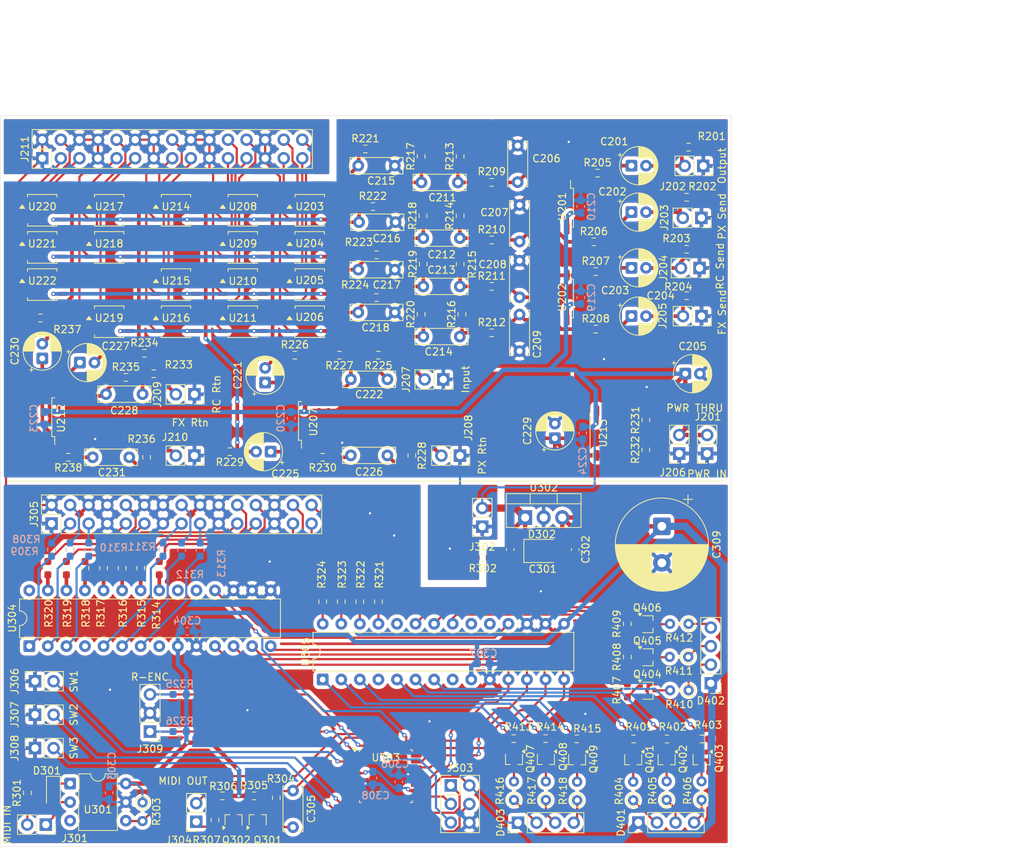
<source format=kicad_pcb>
(kicad_pcb (version 20241229) (generator "pcbnew") (generator_version "9.0")
  (title_block (title "Swither Matrix 4x4") (date "2025-12-10") (rev "r1p0") (company "Optoland Design") (comment 1 "Chuck Timber"))
  (layers (0 "F.Cu" signal) (2 "B.Cu" signal) (13 "F.Paste" user) (15 "B.Paste" user) (5 "F.SilkS" user "F.Silkscreen") (7 "B.SilkS" user "B.Silkscreen") (1 "F.Mask" user) (3 "B.Mask" user) (25 "Edge.Cuts" user))
  (net 0 "")
  (net 1 "VCOM")
  (net 2 "Net-(U201B-+)")
  (net 3 "GND")
  (net 4 "Net-(J208-Pin_2)")
  (net 5 "Net-(C222-Pad1)")
  (net 6 "Net-(C217-Pad1)")
  (net 7 "Net-(U212B-+)")
  (net 8 "Net-(J207-Pin_2)")
  (net 9 "Net-(C218-Pad1)")
  (net 10 "Net-(C216-Pad1)")
  (net 11 "Net-(C213-Pad2)")
  (net 12 "Net-(U202A--)")
  (net 13 "Net-(U202A-+)")
  (net 14 "Net-(J205-Pin_2)")
  (net 15 "Net-(U201A--)")
  (net 16 "Net-(C214-Pad2)")
  (net 17 "Net-(U201A-+)")
  (net 18 "Net-(U212A--)")
  (net 19 "Net-(U202B-+)")
  (net 20 "Net-(C201-Pad1)")
  (net 21 "Net-(J202-Pin_2)")
  (net 22 "Net-(C202-Pad1)")
  (net 23 "Net-(J203-Pin_2)")
  (net 24 "Net-(C203-Pad1)")
  (net 25 "Net-(J204-Pin_2)")
  (net 26 "Net-(C204-Pad1)")
  (net 27 "Net-(U202B--)")
  (net 28 "Net-(U201B--)")
  (net 29 "/Control/IO_MISO1")
  (net 30 "GNDD")
  (net 31 "/Control/RXD")
  (net 32 "/Control/~{IO_RESET}")
  (net 33 "/Control/MISO")
  (net 34 "/Control/IO_SCK1")
  (net 35 "/Control/TXD")
  (net 36 "/Control/~{RST}")
  (net 37 "/Control/MOSI")
  (net 38 "/Control/IO_MOSI1")
  (net 39 "/Control/~{IO_SS1}")
  (net 40 "/Control/SCK")
  (net 41 "/Control/GTC")
  (net 42 "/Control/GTB")
  (net 43 "/Control/GTA")
  (net 44 "Net-(U207B-+)")
  (net 45 "Net-(U207A--)")
  (net 46 "Net-(C215-Pad1)")
  (net 47 "Net-(C211-Pad2)")
  (net 48 "Net-(U207A-+)")
  (net 49 "Net-(U207B--)")
  (net 50 "+9V")
  (net 51 "Net-(U212A-+)")
  (net 52 "Net-(U212B--)")
  (net 53 "/Control/GTD")
  (net 54 "/Control/S2D")
  (net 55 "/Control/S2C")
  (net 56 "/Control/S4B")
  (net 57 "/Control/S4C")
  (net 58 "/Control/S3B")
  (net 59 "/Control/S3A")
  (net 60 "/Control/S1C")
  (net 61 "+5V")
  (net 62 "/SignalPath/GTA")
  (net 63 "/SignalPath/GTB")
  (net 64 "/SignalPath/GTC")
  (net 65 "/SignalPath/S1A")
  (net 66 "/SignalPath/S1B")
  (net 67 "/SignalPath/S1C")
  (net 68 "/SignalPath/S1D")
  (net 69 "/SignalPath/S2A")
  (net 70 "/SignalPath/S2C")
  (net 71 "/SignalPath/S2D")
  (net 72 "/SignalPath/S3A")
  (net 73 "/SignalPath/S3B")
  (net 74 "/SignalPath/S3D")
  (net 75 "/SignalPath/S4B")
  (net 76 "/SignalPath/S4C")
  (net 77 "/SignalPath/GTD")
  (net 78 "/Control/S1D")
  (net 79 "/Control/S3D")
  (net 80 "/Control/S1A")
  (net 81 "/Control/S2A")
  (net 82 "/Control/S1B")
  (net 83 "Net-(J210-Pin_2)")
  (net 84 "Net-(C231-Pad1)")
  (net 85 "Net-(J209-Pin_2)")
  (net 86 "Net-(C228-Pad1)")
  (net 89 "Net-(U213A-+)")
  (net 90 "Net-(C226-Pad1)")
  (net 93 "Net-(Q405-C)")
  (net 94 "Net-(D402-GK)")
  (net 95 "Net-(D402-RK)")
  (net 96 "Net-(Q404-C)")
  (net 97 "Net-(D402-BK)")
  (net 98 "Net-(Q406-C)")
  (net 99 "Net-(D301-K)")
  (net 100 "Net-(D301-A)")
  (net 101 "Net-(D401-BK)")
  (net 102 "Net-(Q403-C)")
  (net 103 "Net-(D401-GK)")
  (net 104 "Net-(Q402-C)")
  (net 105 "Net-(Q401-C)")
  (net 106 "Net-(D401-RK)")
  (net 107 "Net-(J304-Pin_2)")
  (net 108 "Net-(Q301-C)")
  (net 109 "Net-(Q302-C)")
  (net 110 "RC_G")
  (net 111 "RC_B")
  (net 112 "Net-(Q406-B)")
  (net 113 "FX_B")
  (net 114 "PX_R")
  (net 115 "Net-(Q401-B)")
  (net 116 "Net-(Q402-B)")
  (net 117 "PX_G")
  (net 118 "PX_B")
  (net 119 "Net-(Q403-B)")
  (net 120 "FX_R")
  (net 121 "Net-(Q404-B)")
  (net 122 "Net-(U304-GPB2)")
  (net 123 "Net-(U304-GPB1)")
  (net 124 "Net-(U304-GPB0)")
  (net 125 "FX_G")
  (net 126 "Net-(Q405-B)")
  (net 127 "RC_R")
  (net 128 "Net-(Q301-B)")
  (net 129 "Net-(D403-GK)")
  (net 130 "Net-(Q408-C)")
  (net 131 "Net-(D403-RK)")
  (net 132 "Net-(Q407-C)")
  (net 133 "Net-(D403-BK)")
  (net 134 "Net-(Q409-C)")
  (net 135 "Net-(J301-Pin_2)")
  (net 136 "Net-(J304-Pin_1)")
  (net 137 "Net-(Q409-B)")
  (net 138 "Net-(Q408-B)")
  (net 139 "Net-(Q407-B)")
  (net 140 "/SignalPath/col4")
  (net 141 "Net-(U305-GPA7)")
  (net 142 "Net-(U305-GPA6)")
  (net 143 "Net-(U305-GPA5)")
  (net 144 "Net-(U305-GPA4)")
  (net 145 "Net-(U304-GPA6)")
  (net 146 "Net-(U304-GPA5)")
  (net 147 "Net-(U304-GPA4)")
  (net 148 "Net-(U304-GPA3)")
  (net 149 "Net-(U304-GPA2)")
  (net 150 "Net-(U304-GPA1)")
  (net 151 "Net-(U304-GPA0)")
  (net 152 "Net-(U304-GPB6)")
  (net 153 "Net-(U304-GPB5)")
  (net 154 "Net-(U304-GPB4)")
  (net 155 "/Control/S4A")
  (net 156 "Net-(C212-Pad1)")
  (net 157 "/SignalPath/row1")
  (net 158 "/SignalPath/row2")
  (net 159 "/SignalPath/row3")
  (net 160 "/SignalPath/row4")
  (net 161 "/SignalPath/col1")
  (net 162 "/SignalPath/col2")
  (net 163 "/SignalPath/col3")
  (net 164 "/SignalPath/S4A")
  (net 174 "/Control/RENC_B")
  (net 175 "/Control/RENC_A")
  (net 176 "/Control/SW2")
  (net 180 "/Control/SW3")
  (net 181 "/Control/SW1")
  (net 189 "Net-(U213B--)")
  (footprint "Resistor_SMD:R_0603_1608Metric_Pad0.98x0.95mm_HandSolder" (layer "F.Cu") (at 131.196 67.268)
    (property "Reference" "R206")
    (property "Value" "1k")
  )
  (footprint "Package_TO_SOT_SMD:SOT-323_SC-70" (layer "F.Cu") (at 124.638648 138.026 -90)
    (property "Reference" "Q408")
    (property "Value" "2SC3325")
  )
  (footprint "Resistor_SMD:R_0603_1608Metric_Pad0.98x0.95mm_HandSolder" (layer "F.Cu") (at 135.778 124.037324 90)
    (property "Reference" "R408")
    (property "Value" "100k")
  )
  (footprint "Capacitor_THT:CP_Radial_D12.5mm_P5.00mm" (layer "F.Cu") (at 140.5 106.176041 -90)
    (property "Reference" "C309")
    (property "Value" "470uF")
  )
  (footprint "Resistor_SMD:R_0603_1608Metric_Pad0.98x0.95mm_HandSolder" (layer "F.Cu") (at 96.652 116.468 -90)
    (property "Reference" "R323")
    (property "Value" "1k")
  )
  (footprint "Package_SO:SOP-4_3.8x4.1mm_P2.54mm" (layer "F.Cu") (at 83.19 78.19)
    (property "Reference" "U211")
    (property "Value" "TLP172A")
  )
  (footprint "Connector_PinSocket_2.54mm:PinSocket_1x02_P2.54mm_Vertical" (layer "F.Cu") (at 76.815 146.582 180)
    (property "Reference" "J304")
    (property "Value" "MIDI OUT")
  )
  (footprint "Resistor_SMD:R_0603_1608Metric_Pad0.98x0.95mm_HandSolder" (layer "F.Cu") (at 87.762 143.3 -90)
    (property "Reference" "R304")
    (property "Value" "10k")
  )
  (footprint "Capacitor_THT:C_Rect_L7.0mm_W2.0mm_P5.00mm" (layer "F.Cu") (at 67.656 96.732 180)
    (property "Reference" "C231")
    (property "Value" "47n")
  )
  (footprint "Package_TO_SOT_SMD:SOT-323_SC-70" (layer "F.Cu") (at 81.92 146.348 90)
    (property "Reference" "Q302")
    (property "Value" "2SC3325")
  )
  (footprint "Package_SO:SOP-4_3.8x4.1mm_P2.54mm" (layer "F.Cu") (at 74.046 73.11)
    (property "Reference" "U215")
    (property "Value" "TLP172A")
  )
  (footprint "Capacitor_THT:C_Rect_L7.0mm_W2.0mm_P5.00mm" (layer "F.Cu") (at 99.081338 64.576)
    (property "Reference" "C216")
    (property "Value" "47n")
  )
  (footprint "Resistor_SMD:R_0603_1608Metric_Pad0.98x0.95mm_HandSolder" (layer "F.Cu") (at 84.714 143.046)
    (property "Reference" "R305")
    (property "Value" "1k")
  )
  (footprint "Resistor_THT:R_Axial_DIN0204_L3.6mm_D1.6mm_P2.54mm_Vertical" (layer "F.Cu") (at 141.152676 143.596 90)
    (property "Reference" "R405")
    (property "Value" "270")
  )
  (footprint "Resistor_THT:R_Axial_DIN0204_L3.6mm_D1.6mm_P2.54mm_Vertical" (layer "F.Cu") (at 144.16 128.609324 180)
    (property "Reference" "R410")
    (property "Value" "270")
  )
  (footprint "Resistor_SMD:R_0603_1608Metric_Pad0.98x0.95mm_HandSolder" (layer "F.Cu") (at 124.592 135.214 180)
    (property "Reference" "R414")
    (property "Value" "100k")
  )
  (footprint "Capacitor_THT:CP_Radial_D5.0mm_P2.00mm" (layer "F.Cu") (at 136.336888 77.428)
    (property "Reference" "C204")
    (property "Value" "1u/50V")
  )
  (footprint "Resistor_SMD:R_0603_1608Metric_Pad0.98x0.95mm_HandSolder" (layer "F.Cu") (at 59.314 96.732 180)
    (property "Reference" "R238")
    (property "Value" "1M")
  )
  (footprint "Package_TO_SOT_SMD:SOT-323_SC-70" (layer "F.Cu") (at 145.928 138.058 -90)
    (property "Reference" "Q403")
    (property "Value" "2SC3325")
  )
  (footprint "Resistor_SMD:R_0603_1608Metric_Pad0.98x0.95mm_HandSolder" (layer "F.Cu") (at 136.631352 135.264 180)
    (property "Reference" "R401")
    (property "Value" "100k")
  )
  (footprint "Resistor_SMD:R_0603_1608Metric_Pad0.98x0.95mm_HandSolder" (layer "F.Cu") (at 138.308 95.716 90)
    (property "Reference" "R232")
    (property "Value" "100k")
  )
  (footprint "Capacitor_THT:CP_Radial_D5.0mm_P2.00mm" (layer "F.Cu") (at 87 95.97 180)
    (property "Reference" "C225")
    (property "Value" "1u/50V")
  )
  (footprint "Capacitor_THT:C_Rect_L7.0mm_W2.0mm_P5.00mm" (layer "F.Cu") (at 98.978 76.92)
    (property "Reference" "C218")
    (property "Value" "47n")
  )
  (footprint "Package_SO:SOP-4_3.8x4.1mm_P2.54mm" (layer "F.Cu") (at 83.19 62.95)
    (property "Reference" "U208")
    (property "Value" "TLP172A")
  )
  (footprint "Package_TO_SOT_SMD:SOT-323_SC-70" (layer "F.Cu") (at 128.91 138.058 -90)
    (property "Reference" "Q409")
    (property "Value" "2SC3325")
  )
  (footprint "Resistor_THT:R_Axial_DIN0204_L3.6mm_D1.6mm_P2.54mm_Vertical" (layer "F.Cu") (at 128.91 143.646 90)
    (property "Reference" "R418")
    (property "Value" "270")
  )
  (footprint "Resistor_SMD:R_0603_1608Metric_Pad0.98x0.95mm_HandSolder" (layer "F.Cu") (at 101.478 69.046)
    (property "Reference" "R223")
    (property "Value" "1M")
  )
  (footprint "Capacitor_THT:CP_Radial_D5.0mm_P2.00mm" (layer "F.Cu") (at 136.336888 70.824)
    (property "Reference" "C203")
    (property "Value" "1u/50V")
  )
  (footprint "Connector_PinHeader_2.54mm:PinHeader_1x03_P2.54mm_Vertical" (layer "F.Cu") (at 70.49 134.248 180)
    (property "Reference" "J309")
    (property "Value" "R-ENC")
  )
  (footprint "Connector_PinSocket_2.54mm:PinSocket_1x02_P2.54mm_Vertical" (layer "F.Cu") (at 54.762 131.937 90)
    (property "Reference" "J307")
    (property "Value" "SW2")
  )
  (footprint "Resistor_SMD:R_0603_1608Metric_Pad0.98x0.95mm_HandSolder" (layer "F.Cu") (at 117.226 59.14)
    (property "Reference" "R209")
    (property "Value" "1k")
  )
  (footprint "Resistor_SMD:R_0603_1608Metric_Pad0.98x0.95mm_HandSolder" (layer "F.Cu") (at 112.908 70.316 90)
    (property "Reference" "R215")
    (property "Value" "1M")
  )
  (footprint "Resistor_SMD:R_0603_1608Metric_Pad0.98x0.95mm_HandSolder" (layer "F.Cu") (at 55.504 77.682 180)
    (property "Reference" "R237")
    (property "Value" "1M")
  )
  (footprint "Capacitor_THT:C_Rect_L7.0mm_W2.0mm_P5.00mm" (layer "F.Cu") (at 107.868 80.222)
    (property "Reference" "C214")
    (property "Value" "47n")
  )
  (footprint "Resistor_SMD:R_0603_1608Metric_Pad0.98x0.95mm_HandSolder" (layer "F.Cu") (at 94.112 96.732 180)
    (property "Reference" "R230")
    (property "Value" "1M")
  )
  (footprint "Capacitor_THT:C_Disc_D6.0mm_W2.5mm_P5.00mm" (layer "F.Cu") (at 121.036 77.214 -90)
    (property "Reference" "C209")
    (property "Value" "470p")
  )
  (footprint "Resistor_SMD:R_0603_1608Metric_Pad0.98x0.95mm_HandSolder" (layer "F.Cu") (at 107.574 77.174 90)
    (property "Reference" "R220")
    (property "Value" "1M")
  )
  (footprint "Resistor_THT:R_Axial_DIN0204_L3.6mm_D1.6mm_P2.54mm_Vertical" (layer "F.Cu") (at 120.272648 143.614 90)
    (property "Reference" "R416")
    (property "Value" "270")
  )
  (footprint "Connector_PinSocket_2.54mm:PinSocket_1x02_P2.54mm_Vertical" (layer "F.Cu") (at 56.241 146.973 -90)
    (property "Reference" "J301")
    (property "Value" "MIDI IN")
  )
  (footprint "Resistor_THT:R_Axial_DIN0204_L3.6mm_D1.6mm_P2.54mm_Vertical" (layer "F.Cu") (at 124.637972 143.614 90)
    (property "Reference" "R417")
    (property "Value" "270")
  )
  (footprint "Capacitor_THT:C_Disc_D6.0mm_W2.5mm_P5.00mm" (layer "F.Cu") (at 121.036 74.848 90)
    (property "Reference" "C208")
    (property "Value" "470p")
  )
  (footprint "Diode_SMD:Nexperia_CFP3_SOD-123W" (layer "F.Cu") (at 57.277 142.63 -90)
    (property "Reference" "D301")
    (property "Value" "D")
  )
  (footprint "Resistor_SMD:R_0603_1608Metric_Pad0.98x0.95mm_HandSolder" (layer "F.Cu") (at 143.896 61.172 180)
    (property "Reference" "R202")
    (property "Value" "100k")
  )
  (footprint "Resistor_SMD:R_0603_1608Metric_Pad0.98x0.95mm_HandSolder" (layer "F.Cu") (at 70.998 85.302 180)
    (property "Reference" "R233")
    (property "Value" "10k")
  )
  (footprint "Capacitor_THT:C_Rect_L7.0mm_W2.0mm_P5.00mm" (layer "F.Cu") (at 107.614 59.14)
    (property "Reference" "C211")
    (property "Value" "47n")
  )
  (footprint "Resistor_SMD:R_0603_1608Metric_Pad0.98x0.95mm_HandSolder" (layer "F.Cu") (at 71.76 111.896 -90)
    (property "Reference" "R314")
    (property "Value" "1k")
  )
  (footprint "Resistor_SMD:R_0603_1608Metric_Pad0.98x0.95mm_HandSolder" (layer "F.Cu") (at 135.778 128.61 90)
    (property "Reference" "R407")
    (property "Value" "100k")
  )
  (footprint "Connector_PinSocket_2.54mm:PinSocket_1x02_P2.54mm_Vertical" (layer "F.Cu") (at 112.888 96.503 -90)
    (property "Reference" "J208")
    (property "Value" "PX Rtn")
  )
  (footprint "Capacitor_THT:C_Rect_L7.0mm_W2.0mm_P5.00mm" (layer "F.Cu") (at 69.474 88.096 180)
    (property "Reference" "C228")
    (property "Value" "47n")
  )
  (footprint "Resistor_SMD:R_0603_1608Metric_Pad0.98x0.95mm_HandSolder" (layer "F.Cu") (at 81.412 95.97 180)
    (property "Reference" "R229")
    (property "Value" "1M")
  )
  (footprint "Connector_PinHeader_2.54mm:PinHeader_2x03_P2.54mm_Vertical" (layer "F.Cu") (at 111.633 141.614)
    (property "Reference" "J303")
    (property "Value" "AVR-ISP-6")
  )
  (footprint "Package_QFP:TQFP-32_7x7mm_P0.8mm" (layer "F.Cu") (at 102.748 140.344)
    (property "Reference" "U303")
    (property "Value" "ATmega328PB-A")
  )
  (footprint "Capacitor_THT:CP_Radial_D5.0mm_P2.00mm" (layer "F.Cu") (at 60.898888 83.778)
    (property "Reference" "C227")
    (property "Value" "1u/50V")
  )
  (footprint "Resistor_SMD:R_0603_1608Metric_Pad0.98x0.95mm_HandSolder" (layer "F.Cu") (at 101.478 74.888)
    (property "Reference" "R224")
    (property "Value" "1M")
  )
  (footprint "Resistor_SMD:R_0603_1608Metric_Pad0.98x0.95mm_HandSolder" (layer "F.Cu") (at 117.226 67.014)
    (property "Reference" "R210")
    (property "Value" "1k")
  )
  (footprint "MyLibrary:DMP-8_P1.27mm_HandSolder" (layer "F.Cu") (at 133.482 93.43 90)
    (property "Reference" "U213")
    (property "Value" "NJM4558")
  )
  (footprint "Capacitor_THT:CP_Radial_D5.0mm_P2.00mm" (layer "F.Cu") (at 143.702888 85.302)
    (property "Reference" "C205")
    (property "Value" "100u")
  )
  (footprint "MyLibrary:DMP-8_P1.27mm_HandSolder" (layer "F.Cu") (at 125.608 62.442 -90)
    (property "Reference" "U201")
    (property "Value" "NJM4558")
  )
  (footprint "Capacitor_THT:C_Rect_L7.0mm_W2.0mm_P5.00mm" (layer "F.Cu") (at 98.978 56.854)
    (property "Reference" "C215")
    (property "Value" "47n")
  )
  (footprint "Resistor_SMD:R_0603_1608Metric_Pad0.98x0.95mm_HandSolder" (layer "F.Cu") (at 117.226 79.714)
    (property "Reference" "R212")
    (property "Value" "1k")
  )
  (footprint "Capacitor_THT:CP_Radial_D5.0mm_P2.00mm" (layer "F.Cu") (at 55.758 83.209113 90)
    (property "Reference" "C230")
    (property "Value" "1u/50V")
  )
  (footprint "Diode_SMD:D_1210_3225Metric_Pad1.42x2.65mm_HandSolder" (layer "F.Cu") (at 124.084 109.544)
    (property "Reference" "D302")
    (property "Value" "CUHS20S60")
  )
  (footprint "Resistor_SMD:R_0603_1608Metric_Pad0.98x0.95mm_HandSolder" (layer "F.Cu") (at 69.728 82.508)
    (property "Reference" "R234")
    (property "Value" "1M")
  )
  (footprint "Connector_PinHeader_2.54mm:PinHeader_2x15_P2.54mm_Vertical" (layer "F.Cu") (at 55.758 55.838 90)
    (property "Reference" "J211")
    (property "Value" "Conn_02x15_Odd_Even" (hide yes))
  )
  (footprint "Resistor_SMD:R_0603_1608Metric_Pad0.98x0.95mm_HandSolder" (layer "F.Cu") (at 117.226 73.364)
    (property "Reference" "R211")
    (property "Value" "1k")
  )
  (footprint "Package_TO_SOT_SMD:SOT-323_SC-70" (layer "F.Cu") (at 138.562 124.088)
    (property "Reference" "Q405")
    (property "Value" "2SC3325")
  )
  (footprint "Capacitor_THT:CP_Radial_D5.0mm_P2.00mm" (layer "F.Cu") (at 86.238 86.511113 90)
    (property "Reference" "C221")
    (property "Value" "1u/50V")
  )
  (footprint "Capacitor_THT:C_Disc_D6.0mm_W2.5mm_P5.00mm" (layer "F.Cu") (at 90.048 142.324 -90)
    (property "Reference" "C305")
    (property "Value" "220p")
  )
  (footprint "Connector_PinHeader_2.54mm:PinHeader_1x04_P2.54mm_Vertical" (layer "F.Cu") (at 137.292 146.694 90)
    (property "Reference" "D401")
    (property "Value" "LED_ARGB")
  )
  (footprint "Capacitor_THT:C_Rect_L7.0mm_W2.0mm_P5.00mm" (layer "F.Cu") (at 102.962 96.478 180)
    (property "Reference" "C226")
    (property "Value" "47n")
  )
  (footprint "Resistor_SMD:R_0603_1608Metric_Pad0.98x0.95mm_HandSolder" (layer "F.Cu") (at 61.6 111.896 -90)
    (property "Reference" "R318")
    (property "Value" "1k")
  )
  (footprint "Resistor_THT:R_Axial_DIN0204_L3.6mm_D1.6mm_P2.54mm_Vertical" (layer "F.Cu") (at 145.928 143.596 90)
    (property "Reference" "R406")
    (property "Value" "270")
  )
  (footprint "Connector_PinHeader_2.54mm:PinHeader_1x04_P2.54mm_Vertical" (layer "F.Cu") (at 120.827972 146.712 90)
    (property "Reference" "D403")
    (property "Value" "LED_ARGB")
  )
  (footprint "Resistor_SMD:R_0603_1608Metric_Pad0.98x0.95mm_HandSolder" (layer "F.Cu") (at 99.192 116.468 -90)
    (property "Reference" "R322")
    (property "Value" "1k")
  )
  (footprint "Connector_PinSocket_2.54mm:PinSocket_1x02_P2.54mm_Vertical" (layer "F.Cu") (at 115.931 106.222 180)
    (property "Reference" "J302")
    (property "Value" "PWR THRU IN")
  )
  (footprint "Resistor_SMD:R_0603_1608Metric_Pad0.98x0.95mm_HandSolder" (layer "F.Cu") (at 144.15 54.314 180)
    (property "Reference" "R201")
    (property "Value" "100k")
  )
  (footprint "Package_SO:SOP-4_3.8x4.1mm_P2.54mm" (layer "F.Cu") (at 74.046 78.19)
    (property "Reference" "U216")
    (property "Value" "TLP172A")
  )
  (footprint "Resistor_SMD:R_0603_1608Metric_Pad0.98x0.95mm_HandSolder" (layer "F.Cu") (at 107.574 55.584 90)
    (property "Reference" "R217")
    (property "Value" "1M")
  )
  (footprint "Resistor_SMD:R_0603_1608Metric_Pad0.98x0.95mm_HandSolder" (layer "F.Cu") (at 64.14 111.896 -90)
    (property "Reference" "R317")
    (property "Value" "1k")
  )
  (footprint "Connector_PinSocket_2.54mm:PinSocket_1x02_P2.54mm_Vertical" (layer "F.Cu") (at 76.566 96.503 -90)
    (property "Reference" "J210")
    (property "Value" "FX Rtn")
  )
  (footprint "Package_SO:SOP-4_3.8x4.1mm_P2.54mm" (layer "F.Cu") (at 83.19 73.11)
    (property "Reference" "U210")
    (property "Value" "TLP172A")
  )
  (footprint "Package_SO:SOP-4_3.8x4.1mm_P2.54mm" (layer "F.Cu") (at 92.334 62.95)
    (property "Reference" "U203")
    (property "Value" "TLP172A")
  )
  (footprint "Resistor_SMD:R_0603_1608Metric_Pad0.98x0.95mm_HandSolder" (layer "F.Cu") (at 143.896 68.284)
    (property "Reference" "R203")
    (property "Value" "100k")
  )
  (footprint "Resistor_THT:R_Axial_DIN0204_L3.6mm_D1.6mm_P2.54mm_Vertical" (layer "F.Cu") (at 144.15 119.516 180)
    (property "Reference" "R412")
    (property "Value" "270")
  )
  (footprint "Connector_PinSocket_2.54mm:PinSocket_1x02_P2.54mm_Vertical" (layer "F.Cu") (at 54.762 136.509 90)
    (property "Reference" "J308")
    (property "Value" "SW3")
  )
  (footprint "Capacitor_THT:C_Rect_L7.0mm_W2.0mm_P5.00mm" (layer "F.Cu") (at 98.978 71.078)
    (property "Reference" "C217")
    (property "Value" "47n")
  )
  (footprint "Package_TO_SOT_THT:TO-220-3_Vertical" (layer "F.Cu") (at 121.798 104.972)
    (property "Reference" "U302")
    (property "Value" "LM7805_TO220")
  )
  (footprint "Resistor_SMD:R_0603_1608Metric_Pad0.98x0.95mm_HandSolder" (layer "F.Cu") (at 94.112 116.468 -90)
    (property "Reference" "R324")
    (property "Value" "1k")
  )
  (footprint "Package_SO:SOP-4_3.8x4.1mm_P2.54mm" (layer "F.Cu") (at 92.334 78.19)
    (property "Reference" "U206")
    (property "Value" "TLP172A")
  )
  (footprint "Package_DIP:DIP-6_W7.62mm" (layer "F.Cu") (at 59.568 141.36)
    (property "Reference" "U301")
    (property "Value" "PC900V")
  )
  (footprint "Resistor_SMD:R_0603_1608Metric_Pad0.98x0.95mm_HandSolder" (layer "F.Cu") (at 116 110.5 180)
    (property "Reference" "R302")
    (property "Value" "0")
  )
  (footprint "Package_SO:SOP-4_3.8x4.1mm_P2.54mm" (layer "F.Cu") (at 83.19 68.03)
    (property "Reference" "U209")
    (property "Value" "TLP172A")
  )
  (footprint "Package_SO:SOP-4_3.8x4.1mm_P2.54mm" (layer "F.Cu") (at 64.902 68.03)
    (property "Reference" "U218")
    (property "Value" "TLP172A")
  )
  (footprint "Resistor_SMD:R_0603_1608Metric_Pad0.98x0.95mm_HandSolder" (layer "F.Cu") (at 56.52 111.896 -90)
    (property "Reference" "R320")
    (property "Value" "1k")
  )
  (footprint "Resistor_SMD:R_0603_1608Metric_Pad0.98x0.95mm_HandSolder" (layer "F.Cu") (at 100.97 62.442)
    (property "Reference" "R222")
    (property "Value" "1M")
  )
  (footprint "Connector_PinSocket_2.54mm:PinSocket_1x02_P2.54mm_Vertical" (layer "F.Cu") (at 145.928 77.428 -90)
    (property "Reference" "J205")
    (property "Value" "FX Send")
  )
  (footprint "Resistor_SMD:R_0603_1608Metric_Pad0.98x0.95mm_HandSolder" (layer "F.Cu") (at 67.188 85.81)
    (property "Reference" "R235")
    (property "Value" "1M")
  )
  (footprint "Capacitor_THT:CP_Radial_D5.0mm_P2.00mm" (layer "F.Cu") (at 125.862 94.131113 90)
    (property "Reference" "C229")
    (property "Value" "100u")
  )
  (footprint "Capacitor_SMD:C_0603_1608Metric_Pad1.08x0.95mm_HandSolder" (layer "F.Cu") (at 128.656 109.356 -90)
    (property "Reference" "C302")
    (property "Value" "100n")
  )
  (footprint "Connector_PinHeader_2.54mm:PinHeader_1x04_P2.54mm_Vertical" (layer "F.Cu") (at 147.198 127.644 180)
    (property "Reference" "D402")
    (property "Value" "LED_ARGB")
  )
  (footprint "Connector_PinSocket_2.54mm:PinSocket_1x02_P2.54mm_Vertical" (layer "F.Cu") (at 142.88 96.224 180)
    (property "Reference" "J206")
    (property "Value" "PWR THRU")
  )
  (footprint "Resistor_SMD:R_0603_1608Metric_Pad0.98x0.95mm_HandSolder" (layer "F.Cu") (at 99.954 54.568)
    (property "Reference" "R221")
    (property "Value" "1M")
  )
  (footprint "Connector_PinSocket_2.54mm:PinSocket_1x02_P2.54mm_Vertical" (layer "F.Cu") (at 110.602 86.089 -90)
    (property "Reference" "J207")
    (property "Value" "Input")
  )
  (footprint "Capacitor_THT:C_Rect_L7.0mm_W2.0mm_P5.00mm" (layer "F.Cu") (at 112.868 66.76 180)
    (property "Reference" "C212")
    (property "Value" "47n")
  )
  (footprint "Resistor_THT:R_Axial_DIN0204_L3.6mm_D1.6mm_P2.54mm_Vertical" (layer "F.Cu") (at 136.58 143.646 90)
    (property "Reference" "R404")
    (property "Value" "270")
  )
  (footprint "Resistor_SMD:R_0603_1608Metric_Pad0.98x0.95mm_HandSolder" (layer "F.Cu") (at 80.396 143.046 180)
    (property "Reference" "R306")
    (property "Value" "220")
  )
  (footprint "Package_SO:SOP-4_3.8x4.1mm_P2.54mm" (layer "F.Cu") (at 64.902 62.95)
    (property "Reference" "U217")
    (property "Value" "TLP172A")
  )
  (footprint "MyLibrary:DMP-8_P1.27mm_HandSolder" (layer "F.Cu") (at 125.608 74.888 -90)
    (property "Reference" "U202")
    (property "Value" "NJM4558")
  )
  (footprint "Package_DIP:DIP-28_W7.62mm" (layer "F.Cu") (at 53.98 122.564 90)
    (property "Reference" "U304")
    (property "Value" "MCP23S17_SP")
  )
  (footprint "Resistor_SMD:R_0603_1608Metric_Pad0.98x0.95mm_HandSolder" (layer "F.Cu") (at 70.022 96.732 -90)
    (property "Reference" "R236")
    (property "Value" "10k")
  )
  (footprint "Package_SO:SOP-4_3.8x4.1mm_P2.54mm" (layer "F.Cu") (at 55.758 62.95)
    (property "Reference" "U220")
    (property "Value" "TLP172A")
  )
  (footprint "Package_DIP:DIP-28_W7.62mm" (layer "F.Cu") (at 94.112 127.131 90)
    (property "Reference" "U305")
    (property "Value" "MCP23S17_SP")
  )
  (footprint "Package_TO_SOT_SMD:SOT-323_SC-70" (layer "F.Cu") (at 138.562 128.66)
    (property "Reference" "Q404")
    (property "Value" "2SC3325")
  )
  (footprint "Resistor_SMD:R_0603_1608Metric_Pad0.98x0.95mm_HandSolder" (layer "F.Cu") (at 101.732 82.762 180)
    (property "Reference" "R225")
    (property "Value" "10k")
  )
  (footprint "Connector_PinSocket_2.54mm:PinSocket_1x02_P2.54mm_Vertical" (layer "F.Cu") (at 145.908 63.991 -90)
    (property "Reference" "J203")
    (property "Value" "PX Send")
  )
  (footprint "Package_SO:SOP-4_3.8x4.1mm_P2.54mm" (layer "F.Cu") (at 74.046 62.95)
    (property "Reference" "U214")
    (property "Value" "TLP172A")
  )
  (footprint "Resistor_SMD:R_0603_1608Metric_Pad0.98x0.95mm_HandSolder" (layer "F.Cu") (at 53.721 142.63 90)
    (property "Reference" "R301")
    (property "Value" "220")
  )
  (footprint "Resistor_SMD:R_0603_1608Metric_Pad0.98x0.95mm_HandSolder" (layer "F.Cu") (at 138.308 91.652 90)
    (property "Reference" "R231")
    (property "Value" "100k")
  )
  (footprint "Package_TO_SOT_SMD:SOT-323_SC-70" (layer "F.Cu") (at 138.552 119.567352)
    (property "Reference" "Q406")
    (property "Value" "2SC3325")
  )
  (footprint "Resistor_SMD:R_0603_1608Metric_Pad0.98x0.95mm_HandSolder" (layer "F.Cu") (at 145.979352 135.264 180)
    (property "Reference" "R403")
    (property "Value" "100k")
  )
  (footprint "Package_TO_SOT_SMD:SOT-323_SC-70" (layer "F.Cu") (at 141.153352 138.058 -90)
    (property "Reference" "Q402")
    (property "Value" "2SC3325")
  )
  (footprint "Resistor_THT:R_Axial_DIN0204_L3.6mm_D1.6mm_P2.54mm_Vertical" (layer "F.Cu") (at 144.11 124.037324 180)
    (property "Reference" "R411")
    (property "Value" "270")
  )
  (footprint "Capacitor_THT:C_Disc_D6.0mm_W2.5mm_P5.00mm" (layer "F.Cu") (at 121.036 67.228 90)
    (property "Reference" "C207")
    (property "Value" "470p")
  )
  (footprint "Resistor_SMD:R_0603_1608Metric_Pad0.98x0.95mm_HandSolder" (layer "F.Cu") (at 66.68 111.896 -90)
    (property "Reference" "R316")
    (property "Value" "1k")
  )
  (footprint "Resistor_SMD:R_0603_1608Metric_Pad0.98x0.95mm_HandSolder" (layer "F.Cu") (at 131.45 71.332)
    (property "Reference" "R207")
    (property "Value" "1k")
  )
  (footprint "Resistor_SMD:R_0603_1608Metric_Pad0.98x0.95mm_HandSolder" (layer "F.Cu") (at 120.226676 135.214 180)
    (property "Reference" "R413")
    (property "Value" "100k")
  )
  (footprint "Resistor_SMD:R_0603_1608Metric_Pad0.98x0.95mm_HandSolder" (layer "F.Cu") (at 101.732 116.468 -90)
    (property "Reference" "R321")
    (property "Value" "1k")
  )
  (footprint "Resistor_SMD:R_0603_1608Metric_Pad0.98x0.95mm_HandSolder" (layer "F.Cu") (at 135.768 119.516 90)
    (property "Reference" "R409")
    (property "Value" "100k")
  )
  (footprint "Package_TO_SOT_SMD:SOT-323_SC-70" (layer "F.Cu") (at 120.274 138.026 -90)
    (property "Reference" "Q407")
    (property "Value" "2SC3325")
  )
  (footprint "Resistor_SMD:R_0603_1608Metric_Pad0.98x0.95mm_HandSolder" (layer "F.Cu") (at 128.864028 135.246 180)
    (property "Reference" "R415")
    (property "Value" "100k")
  )
  (footprint "Package_TO_SOT_SMD:SOT-323_SC-70" (layer "F.Cu") (at 136.581352 138.058 -90)
    (property "Reference" "Q401")
    (property "Value" "2SC3325")
  )
  (footprint "Resistor_SMD:R_0603_1608Metric_Pad0.98x0.95mm_HandSolder" (layer "F.Cu") (at 69.22 111.896 -90)
    (property "Reference" "R315")
    (property "Value" "1k")
  )
  (footprint "Resistor_SMD:R_0603_1608Metric_Pad0.98x0.95mm_HandSolder" (layer "F.Cu") (at 143.896 74.634)
    (property "Reference" "R204")
    (property "Value" "100k")
  )
  (footprint "Package_TO_SOT_SMD:SOT-323_SC-70" (layer "F.Cu") (at 85.222 146.348 90)
    (property "Reference" "Q301")
    (property "Value" "2SC3325")
  )
  (footprint "Connector_PinHeader_2.54mm:PinHeader_2x15_P2.54mm_Vertical" (layer "F.Cu") (at 57.028 105.8 90)
    (property "Reference" "J305")
    (property "Value" "Conn_02x15_Odd_Even")
  )
  (footprint "Resistor_THT:R_Axial_DIN0204_L3.6mm_D1.6mm_P2.54mm_Vertical" (layer "F.Cu") (at 69.469 143.95 -90)
    (property "Reference" "R303")
    (property "Value" "270")
  )
  (footprint "MyLibrary:DMP-8_P1.27mm_HandSolder" (layer "F.Cu") (at 93.604 91.906 90)
    (property "Reference" "U207")
    (property "Value" "NJM4558")
  )
  (footprint "Resistor_SMD:R_0603_1608Metric_Pad0.98x0.95mm_HandSolder" (layer "F.Cu") (at 106.304 96.478 -90)
    (property "Reference" "R228")
    (property "Value" "10k")
  )
  (footprint "Resistor_SMD:R_0603_1608Metric_Pad0.98x0.95mm_HandSolder" (layer "F.Cu") (at 113.162 77.174 90)
    (property "Reference" "R216")
    (property "Value" "1M")
  )
  (footprint "Connector_PinSocket_2.54mm:PinSocket_1x02_P2.54mm_Vertical" (layer "F.Cu") (at 76.566 88.121 -90)
    (property "Reference" "J209")
    (property "Value" "RC Rtn")
  )
  (footprint "MyLibrary:DMP-8_P1.27mm_HandSolder" (layer "F.Cu") (at 59.862 91.398 90)
    (property "Reference" "U212")
    (property "Value" "NJM4558")
  )
  (footprint "Package_SO:SOP-4_3.8x4.1mm_P2.54mm" (layer "F.Cu") (at 55.758 68.03)
    (property "Reference" "U221")
    (property "Value" "TLP172A")
  )
  (footprint "Capacitor_THT:CP_Radial_D5.0mm_P2.00mm" (layer "F.Cu") (at 136.336888 63.204)
    (property "Reference" "C202")
    (property "Value" "1u/50V")
  )
  (footprint "Capacitor_THT:C_Rect_L7.0mm_W2.0mm_P5.00mm" (layer "F.Cu") (at 107.868 73.364)
    (property "Reference" "C213")
    (property "Value" "47n")
  )
  (footprint "Connector_PinSocket_2.54mm:PinSocket_1x02_P2.54mm_Vertical" (layer "F.Cu") (at 146.162 56.879 -90)
    (property "Reference" "J202")
    (property "Value" "Output")
  )
  (footprint "Resistor_SMD:R_0603_1608Metric_Pad0.98x0.95mm_HandSolder" (layer "F.Cu") (at 112.908 55.584 90)
    (property "Reference" "R213")
    (property "Value" "1M")
  )
  (footprint "Package_SO:SOP-4_3.8x4.1mm_P2.54mm" (layer "F.Cu") (at 64.902 78.19)
    (property "Reference" "U219")
    (property "Value" "TLP172A")
  )
  (footprint "Resistor_SMD:R_0603_1608Metric_Pad0.98x0.95mm_HandSolder" (layer "F.Cu") (at 79.38 146.348 -90)
    (property "Reference" "R307")
    (property "Value" "220")
  )
  (footprint "Resistor_SMD:R_0603_1608Metric_Pad0.98x0.95mm_HandSolder" (layer "F.Cu") (at 141.204028 135.264 180)
    (property "Reference" "R402")
    (property "Value" "100k")
  )
  (footprint "Capacitor_SMD:C_0603_1608Metric_Pad1.08x0.95mm_HandSolder" (layer "F.Cu") (at 119.766 109.356 -90)
    (property "Reference" "C301")
    (property "Value" "100n")
  )
  (footprint "Package_SO:SOP-4_3.8x4.1mm_P2.54mm" (layer "F.Cu") (at 92.334 68.03)
    (property "Reference" "U204")
    (property "Value" "TLP172A")
  )
  (footprint "Resistor_SMD:R_0603_1608Metric_Pad0.98x0.95mm_HandSolder" (layer "F.Cu") (at 107.868 70.316 90)
    (property "Reference" "R219")
    (property "Value" "1M")
  )
  (footprint "Capacitor_THT:CP_Radial_D5.0mm_P2.00mm" (layer "F.Cu") (at 136.336888 56.854)
    (property "Reference" "C201")
    (property "Value" "1u/50V")
  )
  (footprint "Capacitor_THT:C_Rect_L7.0mm_W2.0mm_P5.00mm" (layer "F.Cu") (at 102.962 86.064 180)
    (property "Reference" "C222")
    (property "Value" "47n")
  )
  (footprint "Connector_PinSocket_2.54mm:PinSocket_1x02_P2.54mm_Vertical" (layer "F.Cu") (at 54.762 127.365 90)
    (property "Reference" "J306")
    (property "Value" "SW1")
  )
  (footprint "Resistor_SMD:R_0603_1608Metric_Pad0.98x0.95mm_HandSolder" (layer "F.Cu") (at 59.06 111.896 -90)
    (property "Reference" "R319")
    (property "Value" "1k")
  )
  (footprint "Resistor_SMD:R_0603_1608Metric_Pad0.98x0.95mm_HandSolder" (layer "F.Cu") (at 107.828 63.712 90)
    (property "Reference" "R218")
    (property "Value" "1M")
  )
  (footprint "Resistor_SMD:R_0603_1608Metric_Pad0.98x0.95mm_HandSolder" (layer "F.Cu") (at 131.704 57.87)
    (property "Reference" "R205")
    (property "Value" "1k")
  )
  (footprint "Resistor_SMD:R_0603_1608Metric_Pad0.98x0.95mm_HandSolder" (layer "F.Cu") (at 131.45 79.206)
    (property "Reference" "R208")
    (property "Value" "1k")
  )
  (footprint "Connector_PinSocket_2.54mm:PinSocket_1x02_P2.54mm_Vertical" (layer "F.Cu") (at 146.69 96.224 180)
    (property "Reference" "J201")
    (property "Value" "PWR IN")
  )
  (footprint "Package_SO:SOP-4_3.8x4.1mm_P2.54mm" (layer "F.Cu") (at 55.758 73.11)
    (property "Reference" "U222")
    (property "Value" "TLP172A")
  )
  (footprint "Connector_PinSocket_2.54mm:PinSocket_1x02_P2.54mm_Vertical" (layer "F.Cu") (at 145.654 70.849 -90)
    (property "Reference" "J204")
    (property "Value" "RC Send")
  )
  (footprint "Resistor_SMD:R_0603_1608Metric_Pad0.98x0.95mm_HandSolder" (layer "F.Cu") (at 96.398 82.762 180)
    (property "Reference" "R227")
    (property "Value" "1M")
  )
  (footprint "Resistor_SMD:R_0603_1608Metric_Pad0.98x0.95mm_HandSolder" (layer "F.Cu") (at 90.302 82.762)
    (property "Reference" "R226")
    (property "Value" "1M")
  )
  (footprint "Capacitor_THT:C_Disc_D6.0mm_W2.5mm_P5.00mm" (layer "F.Cu") (at 120.782 59.1 90)
    (property "Reference" "C206")
    (property "Value" "470p")
  )
  (footprint "Resistor_SMD:R_0603_1608Metric_Pad0.98x0.95mm_HandSolder" (layer "F.Cu") (at 112.908 63.712 90)
    (property "Reference" "R214")
    (property "Value" "1M")
  )
  (footprint "Package_SO:SOP-4_3.8x4.1mm_P2.54mm" (layer "F.Cu") (at 92.334 73.11)
    (property "Reference" "U205")
    (property "Value" "TLP172A")
  )
  (footprint "Resistor_SMD:R_0603_1608Metric_Pad0.98x0.95mm_HandSolder" (layer "B.Cu") (at 74.554 129.168 180)
    (property "Reference" "R325")
    (property "Value" "10k")
  )
  (footprint "Capacitor_SMD:C_0603_1608Metric_Pad1.08x0.95mm_HandSolder" (layer "B.Cu") (at 129.418 74.888 90)
    (property "Reference" "C219")
    (property "Value" "100n")
  )
  (footprint "Capacitor_SMD:C_0603_1608Metric_Pad1.08x0.95mm_HandSolder" (layer "B.Cu") (at 75.57 120.532 180)
    (property "Reference" "C304")
    (property "Value" "100n")
  )
  (footprint "Capacitor_SMD:C_0603_1608Metric_Pad1.08x0.95mm_HandSolder" (layer "B.Cu") (at 64.897 142.63 90)
    (property "Reference" "C303")
    (property "Value" "100n")
  )
  (footprint "Capacitor_SMD:C_0603_1608Metric_Pad1.08x0.95mm_HandSolder" (layer "B.Cu") (at 129.672 93.43 -90)
    (property "Reference" "C224")
    (property "Value" "100n")
  )
  (footprint "Resistor_SMD:R_0603_1608Metric_Pad0.98x0.95mm_HandSolder" (layer "B.Cu") (at 72.268 109.356 -90)
    (property "Reference" "R311")
    (property "Value" "1k")
  )
  (footprint "Resistor_SMD:R_0603_1608Metric_Pad0.98x0.95mm_HandSolder" (layer "B.Cu") (at 77.348 109.356 -90)
    (property "Reference" "R313")
    (property "Value" "1k")
  )
  (footprint "Resistor_SMD:R_0603_1608Metric_Pad0.98x0.95mm_HandSolder" (layer "B.Cu") (at 74.808 109.356 -90)
    (property "Reference" "R312")
    (property "Value" "1k")
  )
  (footprint "Capacitor_SMD:C_0603_1608Metric_Pad1.08x0.95mm_HandSolder" (layer "B.Cu") (at 129.418 62.442 90)
    (property "Reference" "C210")
    (property "Value" "100n")
  )
  (footprint "Resistor_SMD:R_0603_1608Metric_Pad0.98x0.95mm_HandSolder" (layer "B.Cu") (at 57.028 109.356 -90)
    (property "Reference" "R308")
    (property "Value" "1k")
  )
  (footprint "Resistor_SMD:R_0603_1608Metric_Pad0.98x0.95mm_HandSolder" (layer "B.Cu") (at 59.568 109.356 -90)
    (property "Reference" "R309")
    (property "Value" "1k")
  )
  (footprint "Capacitor_SMD:C_0603_1608Metric_Pad1.08x0.95mm_HandSolder" (layer "B.Cu") (at 104.526 141.106 -90)
    (property "Reference" "C306")
    (property "Value" "100n")
  )
  (footprint "Resistor_SMD:R_0603_1608Metric_Pad0.98x0.95mm_HandSolder" (layer "B.Cu") (at 62.108 109.356 -90)
    (property "Reference" "R310")
    (property "Value" "1k")
  )
  (footprint "Capacitor_SMD:C_0603_1608Metric_Pad1.08x0.95mm_HandSolder" (layer "B.Cu") (at 116.078 124.968 180)
    (property "Reference" "C307")
    (property "Value" "100n")
  )
  (footprint "Capacitor_SMD:C_0603_1608Metric_Pad1.08x0.95mm_HandSolder" (layer "B.Cu") (at 89.794 91.398 -90)
    (property "Reference" "C220")
    (property "Value" "100n")
  )
  (footprint "Resistor_SMD:R_0603_1608Metric_Pad0.98x0.95mm_HandSolder" (layer "B.Cu") (at 74.554 134.248 180)
    (property "Reference" "R326")
    (property "Value" "10k")
  )
  (footprint "Capacitor_SMD:C_0603_1608Metric_Pad1.08x0.95mm_HandSolder" (layer "B.Cu") (at 100.97 140.598 90)
    (property "Reference" "C308")
    (property "Value" "100n")
  )
  (footprint "Capacitor_SMD:C_0603_1608Metric_Pad1.08x0.95mm_HandSolder" (layer "B.Cu") (at 56.052 91.398 -90)
    (property "Reference" "C223")
    (property "Value" "100n")
  )
  (gr_line (start 51 100) (end 149 100) (stroke (width 0.1)) (layer "F.SilkS"))
  (gr_rect (start 50 50) (end 150 150) (stroke (width 0.05)) (fill no) (layer "Edge.Cuts"))
  (segment (start 125.862 94.446) (end 125.862 94.131113) (width 0.6) (layer "F.Cu") (net 1))
  (segment (start 132.847 96.48) (end 131.577 96.48) (width 0.6) (layer "F.Cu") (net 1))
  (segment (start 127.896 96.48) (end 125.862 94.446) (width 0.6) (layer "F.Cu") (net 1))
  (segment (start 131.577 96.48) (end 127.896 96.48) (width 0.6) (layer "F.Cu") (net 1))
  (segment (start 122.772 65.492) (end 121.036 67.228) (width 0.5) (layer "F.Cu") (net 2))
  (segment (start 118.1385 67.014) (end 120.822 67.014) (width 0.5) (layer "F.Cu") (net 2))
  (segment (start 123.703 65.492) (end 122.772 65.492) (width 0.5) (layer "F.Cu") (net 2))
  (segment (start 120.822 67.014) (end 121.036 67.228) (width 0.5) (layer "F.Cu") (net 2))
  (segment (start 62.778 94.448) (end 62.992 94.234) (width 0.6) (layer "F.Cu") (net 3))
  (segment (start 121.036 62.059) (end 123.703 59.392) (width 0.5) (layer "F.Cu") (net 3))
  (segment (start 95.509 94.956) (end 96.56 94.956) (width 0.6) (layer "F.Cu") (net 3))
  (segment (start 123.026 71.838) (end 121.036 69.848) (width 0.5) (layer "F.Cu") (net 3))
  (segment (start 61.767 94.448) (end 62.778 94.448) (width 0.6) (layer "F.Cu") (net 3))
  (segment (start 96.56 94.956) (end 96.774 94.742) (width 0.6) (layer "F.Cu") (net 3))
  (segment (start 123.703 71.838) (end 123.026 71.838) (width 0.5) (layer "F.Cu") (net 3))
  (segment (start 121.036 62.228) (end 121.036 62.059) (width 0.5) (layer "F.Cu") (net 3))
  (via (at 138.43 87.122) (size 0.6) (drill 0.3) (layers "F.Cu" "B.Cu") (net 3))
  (via (at 127.762 53.594) (size 0.6) (drill 0.3) (layers "F.Cu" "B.Cu") (net 3))
  (via (at 62.992 94.234) (size 0.6) (drill 0.3) (layers "F.Cu" "B.Cu") (net 3))
  (via (at 96.774 94.742) (size 0.6) (drill 0.3) (layers "F.Cu" "B.Cu") (net 3))
  (via (at 111.506 109.22) (size 0.6) (drill 0.3) (layers "F.Cu" "B.Cu") (net 3))
  (via (at 132.588 83.312) (size 0.6) (drill 0.3) (layers "F.Cu" "B.Cu") (net 3))
  (segment (start 113.842 106.222) (end 115.931 106.222) (width 0.3) (layer "B.Cu") (net 3))
  (segment (start 112.888 105.268) (end 113.842 106.222) (width 0.3) (layer "B.Cu") (net 3))
  (segment (start 112.888 96.503) (end 112.888 105.268) (width 0.3) (layer "B.Cu") (net 3))
  (segment (start 106.304 95.5655) (end 109.4105 95.5655) (width 0.5) (layer "F.Cu") (net 4))
  (segment (start 109.4105 95.5655) (end 110.348 96.503) (width 0.5) (layer "F.Cu") (net 4))
  (segment (start 100.8195 82.762) (end 100.8195 83.9215) (width 0.5) (layer "F.Cu") (net 5))
  (segment (start 100.8195 83.9215) (end 102.962 86.064) (width 0.5) (layer "F.Cu") (net 5))
  (segment (start 95.846 71.078) (end 95.084 71.84) (width 0.5) (layer "F.Cu") (net 6))
  (segment (start 98.978 71.078) (end 98.978 70.6335) (width 0.5) (layer "F.Cu") (net 6))
  (segment (start 98.978 70.6335) (end 100.5655 69.046) (width 0.5) (layer "F.Cu") (net 6))
  (segment (start 98.978 71.078) (end 95.846 71.078) (width 0.5) (layer "F.Cu") (net 6))
  (segment (start 64.474 87.6115) (end 66.2755 85.81) (width 0.5) (layer "F.Cu") (net 7))
  (segment (start 61.767 88.348) (end 64.222 88.348) (width 0.5) (layer "F.Cu") (net 7))
  (segment (start 64.222 88.348) (end 64.474 88.096) (width 0.5) (layer "F.Cu") (net 7))
  (segment (start 64.474 88.096) (end 64.474 87.6115) (width 0.5) (layer "F.Cu") (net 7))
  (segment (start 102.6445 82.762) (end 104.735 82.762) (width 0.5) (layer "F.Cu") (net 8))
  (segment (start 104.735 82.762) (end 108.062 86.089) (width 0.5) (layer "F.Cu") (net 8))
  (segment (start 98.978 76.4755) (end 100.5655 74.888) (width 0.5) (layer "F.Cu") (net 9))
  (segment (start 95.084 76.92) (end 98.978 76.92) (width 0.5) (layer "F.Cu") (net 9))
  (segment (start 98.978 76.92) (end 98.978 76.4755) (width 0.5) (layer "F.Cu") (net 9))
  (segment (start 97.268 64.576) (end 95.084 66.76) (width 0.5) (layer "F.Cu") (net 10))
  (segment (start 99.081338 64.576) (end 97.268 64.576) (width 0.5) (layer "F.Cu") (net 10))
  (segment (start 99.081338 63.418162) (end 100.0575 62.442) (width 0.5) (layer "F.Cu") (net 10))
  (segment (start 99.081338 64.576) (end 99.081338 63.418162) (width 0.5) (layer "F.Cu") (net 10))
  (segment (start 112.868 73.364) (end 116.3135 73.364) (width 0.5) (layer "F.Cu") (net 11))
  (segment (start 112.908 73.324) (end 112.868 73.364) (width 0.5) (layer "F.Cu") (net 11))
  (segment (start 112.908 71.2285) (end 112.908 73.324) (width 0.5) (layer "F.Cu") (net 11))
  (segment (start 130.0315 71.838) (end 130.5375 71.332) (width 0.5) (layer "F.Cu") (net 12))
  (segment (start 126.243 71.838) (end 127.513 71.838) (width 0.5) (layer "F.Cu") (net 12))
  (segment (start 127.513 71.838) (end 130.0315 71.838) (width 0.5) (layer "F.Cu") (net 12))
  (segment (start 119.552 73.364) (end 121.036 74.848) (width 0.5) (layer "F.Cu") (net 13))
  (segment (start 124.973 72.588) (end 122.713 74.848) (width 0.5) (layer "F.Cu") (net 13))
  (segment (start 118.1385 73.364) (end 119.552 73.364) (width 0.5) (layer "F.Cu") (net 13))
  (segment (start 124.973 71.838) (end 124.973 72.588) (width 0.5) (layer "F.Cu") (net 13))
  (segment (start 122.713 74.848) (end 121.036 74.848) (width 0.5) (layer "F.Cu") (net 13))
  (segment (start 138.336888 77.428) (end 143.388 77.428) (width 0.5) (layer "F.Cu") (net 14))
  (segment (start 143.388 77.428) (end 143.388 76.0545) (width 0.5) (layer "F.Cu") (net 14))
  (segment (start 143.388 76.0545) (end 144.8085 74.634) (width 0.5) (layer "F.Cu") (net 14))
  (segment (start 127.513 59.392) (end 129.2695 59.392) (width 0.5) (layer "F.Cu") (net 15))
  (segment (start 126.243 59.392) (end 127.513 59.392) (width 0.5) (layer "F.Cu") (net 15))
  (segment (start 129.2695 59.392) (end 130.7915 57.87) (width 0.5) (layer "F.Cu") (net 15))
  (segment (start 113.376 79.714) (end 112.868 80.222) (width 0.5) (layer "F.Cu") (net 16))
  (segment (start 113.162 79.928) (end 112.868 80.222) (width 0.5) (layer "F.Cu") (net 16))
  (segment (start 113.162 78.0865) (end 113.162 79.928) (width 0.5) (layer "F.Cu") (net 16))
  (segment (start 116.3135 79.714) (end 113.376 79.714) (width 0.5) (layer "F.Cu") (net 16))
  (segment (start 120.742 59.14) (end 120.782 59.1) (width 0.5) (layer "F.Cu") (net 17))
  (segment (start 124.522 58.191) (end 124.973 58.642) (width 0.5) (layer "F.Cu") (net 17))
  (segment (start 124.973 58.642) (end 124.973 59.392) (width 0.5) (layer "F.Cu") (net 17))
  (segment (start 118.1385 59.14) (end 120.742 59.14) (width 0.5) (layer "F.Cu") (net 17))
  (segment (start 120.782 59.1) (end 121.691 58.191) (width 0.5) (layer "F.Cu") (net 17))
  (segment (start 121.691 58.191) (end 124.522 58.191) (width 0.5) (layer "F.Cu") (net 17))
  (segment (start 55.758 92.249) (end 57.957 94.448) (width 0.5) (layer "F.Cu") (net 18))
  (segment (start 57.957 94.448) (end 59.227 94.448) (width 0.5) (layer "F.Cu") (net 18))
  (segment (start 55.758 83.209113) (end 55.758 92.249) (width 0.5) (layer "F.Cu") (net 18))
  (segment (start 123.703 77.938) (end 121.76 77.938) (width 0.5) (layer "F.Cu") (net 19))
  (segment (start 118.1385 79.714) (end 118.536 79.714) (width 0.5) (layer "F.Cu") (net 19))
  (segment (start 118.536 79.714) (end 121.036 77.214) (width 0.5) (layer "F.Cu") (net 19))
  (segment (start 121.76 77.938) (end 121.036 77.214) (width 0.5) (layer "F.Cu") (net 19))
  (segment (start 133.6325 56.854) (end 132.6165 57.87) (width 0.5) (layer "F.Cu") (net 20))
  (segment (start 136.336888 56.854) (end 133.6325 56.854) (width 0.5) (layer "F.Cu") (net 20))
  (segment (start 143.2375 56.4945) (end 143.622 56.879) (width 0.5) (layer "F.Cu") (net 21))
  (segment (start 143.2375 54.314) (end 143.2375 56.4945) (width 0.5) (layer "F.Cu") (net 21))
  (segment (start 143.622 56.879) (end 138.361888 56.879) (width 0.5) (layer "F.Cu") (net 21))
  (segment (start 138.361888 56.879) (end 138.336888 56.854) (width 0.5) (layer "F.Cu") (net 21))
  (segment (start 132.272888 67.268) (end 136.336888 63.204) (width 0.5) (layer "F.Cu") (net 22))
  (segment (start 132.1085 67.268) (end 132.272888 67.268) (width 0.5) (layer "F.Cu") (net 22))
  (segment (start 142.581 63.204) (end 143.368 63.991) (width 0.5) (layer "F.Cu") (net 23))
  (segment (start 142.9835 61.172) (end 142.9835 63.6065) (width 0.5) (layer "F.Cu") (net 23))
  (segment (start 142.9835 63.6065) (end 143.368 63.991) (width 0.5) (layer "F.Cu") (net 23))
  (segment (start 138.336888 63.204) (end 142.581 63.204) (width 0.5) (layer "F.Cu") (net 23))
  (segment (start 132.8705 70.824) (end 132.3625 71.332) (width 0.5) (layer "F.Cu") (net 24))
  (segment (start 136.336888 70.824) (end 132.8705 70.824) (width 0.5) (layer "F.Cu") (net 24))
  (segment (start 138.361888 70.849) (end 138.336888 70.824) (width 0.5) (layer "F.Cu") (net 25))
  (segment (start 143.114 70.849) (end 143.114 69.9785) (width 0.5) (layer "F.Cu") (net 25))
  (segment (start 143.114 70.849) (end 138.361888 70.849) (width 0.5) (layer "F.Cu") (net 25))
  (segment (start 143.114 69.9785) (end 144.8085 68.284) (width 0.5) (layer "F.Cu") (net 25))
  (segment (start 132.3625 79.206) (end 134.558888 79.206) (width 0.5) (layer "F.Cu") (net 26))
  (segment (start 134.558888 79.206) (end 136.336888 77.428) (width 0.5) (layer "F.Cu") (net 26))
  (segment (start 126.243 78.688) (end 126.761 79.206) (width 0.5) (layer "F.Cu") (net 27))
  (segment (start 126.761 79.206) (end 130.5375 79.206) (width 0.5) (layer "F.Cu") (net 27))
  (segment (start 126.243 77.938) (end 126.243 78.688) (width 0.5) (layer "F.Cu") (net 27))
  (segment (start 124.973 77.938) (end 126.243 77.938) (width 0.5) (layer "F.Cu") (net 27))
  (segment (start 126.243 65.869354) (end 127.641646 67.268) (width 0.5) (layer "F.Cu") (net 28))
  (segment (start 124.973 65.492) (end 126.243 65.492) (width 0.5) (layer "F.Cu") (net 28))
  (segment (start 126.243 65.492) (end 126.243 65.869354) (width 0.5) (layer "F.Cu") (net 28))
  (segment (start 127.641646 67.268) (end 130.2835 67.268) (width 0.5) (layer "F.Cu") (net 28))
  (segment (start 87.508 123.072) (end 87 122.564) (width 0.3) (layer "F.Cu") (net 29))
  (segment (start 124.592 132.08) (end 122.183 132.08) (width 0.3) (layer "F.Cu") (net 29))
  (segment (start 117 136) (end 116.5 136.5) (width 0.3) (layer "F.Cu") (net 29))
  (segment (start 118.411 133.089) (end 117 134.5) (width 0.3) (layer "F.Cu") (net 29))
  (segment (start 109.491999 136.5) (end 107.647999 138.344) (width 0.3) (layer "F.Cu") (net 29))
  (segment (start 127.132 127.131) (end 127.132 129.54) (width 0.3) (layer "F.Cu") (net 29))
  (segment (start 107.647999 138.344) (end 106.9105 138.344) (width 0.3) (layer "F.Cu") (net 29))
  (segment (start 127.132 127.131) (end 127 126.999) (width 0.3) (layer "F.Cu") (net 29))
  (segment (start 122.183 132.08) (end 121.174 133.089) (width 0.3) (layer "F.Cu") (net 29))
  (segment (start 116.5 136.5) (end 109.491999 136.5) (width 0.3) (layer "F.Cu") (net 29))
  (segment (start 121.174 133.089) (end 118.411 133.089) (width 0.3) (layer "F.Cu") (net 29))
  (segment (start 127 123.326) (end 126.746 123.072) (width 0.3) (layer "F.Cu") (net 29))
  (segment (start 117 134.5) (end 117 136) (width 0.3) (layer "F.Cu") (net 29))
  (segment (start 127 126.999) (end 127 123.326) (width 0.3) (layer "F.Cu") (net 29))
  (segment (start 127.132 129.54) (end 124.592 132.08) (width 0.3) (layer "F.Cu") (net 29))
  (segment (start 126.746 123.072) (end 87.508 123.072) (width 0.3) (layer "F.Cu") (net 29))
  (segment (start 51.694 67.986) (end 51.694 62.95) (width 0.3) (layer "F.Cu") (net 30))
  (segment (start 51.694 62.95) (end 51.738 62.95) (width 0.3) (layer "F.Cu") (net 30))
  (segment (start 88.27 73.066) (end 88.27 78.146) (width 0.3) (layer "F.Cu") (net 30))
  (segment (start 55.758 53.298) (end 55.758 55.838) (width 0.3) (layer "F.Cu") (net 30))
  (segment (start 51.716 72.898) (end 50.8 73.814) (width 0.3) (layer "F.Cu") (net 30))
  (segment (start 105.942 139.944) (end 105.796 140.09) (width 0.3) (layer "F.Cu") (net 30))
  (segment (start 80.44 69.3) (end 79.126 67.986) (width 0.3) (layer "F.Cu") (net 30))
  (segment (start 78.618 55.838) (end 78.618 57.108) (width 0.3) (layer "F.Cu") (net 30))
  (segment (start 79.126 67.986) (end 79.126 73.066) (width 0.3) (layer "F.Cu") (net 30))
  (segment (start 62.152 69.3) (end 61.076 68.224) (width 0.3) (layer "F.Cu") (net 30))
  (segment (start 60.838 53.298) (end 63.378 53.298) (width 0.3) (layer "F.Cu") (net 30))
  (segment (start 60.838 67.986) (end 62.152 69.3) (width 0.3) (layer "F.Cu") (net 30))
  (segment (start 71.296 64.22) (end 69.982 62.906) (width 0.3) (layer "F.Cu") (net 30))
  (segment (start 53.26 103.26) (end 57.028 103.26) (width 0.3) (layer "F.Cu") (net 30))
  (segment (start 51.738 62.95) (end 53.008 64.22) (width 0.3) (layer "F.Cu") (net 30))
  (segment (start 89.584 74.38) (end 88.27 73.066) (width 0.3) (layer "F.Cu") (net 30))
  (segment (start 76.078 53.298) (end 78.618 53.298) (width 0.3) (layer "F.Cu") (net 30))
  (segment (start 80.44 74.38) (end 79.126 73.066) (width 0.3) (layer "F.Cu") (net 30))
  (segment (start 50.8 73.814) (end 50.8 100.8) (width 0.3) (layer "F.Cu") (net 30))
  (segment (start 78.618 57.108) (end 79.126 57.616) (width 0.3) (layer "F.Cu") (net 30))
  (segment (start 53.008 69.3) (end 51.716 68.008) (width 0.3) (layer "F.Cu") (net 30))
  (segment (start 60.838 67.986) (end 60.838 78.146) (width 0.3) (layer "F.Cu") (net 30))
  (segment (start 51.716 73.088) (end 51.716 72.898) (width 0.3) (layer "F.Cu") (net 30))
  (segment (start 69.982 56.854) (end 69.982 62.906) (width 0.3) (layer "F.Cu") (net 30))
  (segment (start 80.44 64.22) (end 79.126 62.906) (width 0.3) (layer "F.Cu") (net 30))
  (segment (start 98.5855 140.744) (end 99.338 140.744) (width 0.3) (layer "F.Cu") (net 30))
  (segment (start 88.27 67.776) (end 88.27 67.986) (width 0.3) (layer "F.Cu") (net 30))
  (segment (start 69.982 78.146) (end 71.296 79.46) (width 0.3) (layer "F.Cu") (net 30))
  (segment (start 63.378 55.838) (end 60.838 58.378) (width 0.3) (layer "F.Cu") (net 30))
  (segment (start 50.8 100.8) (end 53.26 103.26) (width 0.3) (layer "F.Cu") (net 30))
  (segment (start 79.126 57.616) (end 79.126 62.906) (width 0.3) (layer "F.Cu") (net 30))
  (segment (start 88.27 58.378) (end 88.27 62.906) (width 0.3) (layer "F.Cu") (net 30))
  (segment (start 68.458 53.298) (end 70.998 53.298) (width 0.3) (layer "F.Cu") (net 30))
  (segment (start 63.378 53.298) (end 63.378 55.838) (width 0.3) (layer "F.Cu") (net 30))
  (segment (start 55.758 55.838) (end 51.694 59.902) (width 0.3) (layer "F.Cu") (net 30))
  (segment (start 86.238 56.346) (end 88.27 58.378) (width 0.3) (layer "F.Cu") (net 30))
  (segment (start 88.27 67.776) (end 88.27 73.066) (width 0.3) (layer "F.Cu") (net 30))
  (segment (start 88.27 67.986) (end 89.584 69.3) (width 0.3) (layer "F.Cu") (net 30))
  (segment (start 88.27 78.146) (end 89.584 79.46) (width 0.3) (layer "F.Cu") (net 30))
  (segment (start 69.982 62.906) (end 69.982 73.066) (width 0.3) (layer "F.Cu") (net 30))
  (segment (start 51.716 72.898) (end 51.716 68.008) (width 0.3) (layer "F.Cu") (net 30))
  (segment (start 79.126 62.906) (end 79.126 67.986) (width 0.3) (layer "F.Cu") (net 30))
  (segment (start 51.694 59.902) (end 51.694 62.95) (width 0.3) (layer "F.Cu") (net 30))
  (segment (start 53.008 74.38) (end 51.716 73.088) (width 0.3) (layer "F.Cu") (net 30))
  (segment (start 99.338 140.744) (end 99.954 141.36) (width 0.3) (layer "F.Cu") (net 30))
  (segment (start 60.838 78.146) (end 62.152 79.46) (width 0.3) (layer "F.Cu") (net 30))
  (segment (start 89.584 64.22) (end 88.27 62.906) (width 0.3) (layer "F.Cu") (net 30))
  (segment (start 88.27 62.906) (end 88.27 67.776) (width 0.3) (layer "F.Cu") (net 30))
  (segment (start 60.838 62.906) (end 62.152 64.22) (width 0.3) (layer "F.Cu") (net 30))
  (segment (start 79.126 78.146) (end 80.44 79.46) (width 0.3) (layer "F.Cu") (net 30))
  (segment (start 60.838 62.442) (end 60.838 62.906) (width 0.3) (layer "F.Cu") (net 30))
  (segment (start 69.982 73.066) (end 69.982 78.146) (width 0.3) (layer "F.Cu") (net 30))
  (segment (start 71.296 74.38) (end 69.982 73.066) (width 0.3) (layer "F.Cu") (net 30))
  (segment (start 60.838 58.378) (end 60.838 62.442) (width 0.3) (layer "F.Cu") (net 30))
  (segment (start 86.238 53.298) (end 86.238 55.838) (width 0.3) (layer "F.Cu") (net 30))
  (segment (start 70.998 55.838) (end 69.982 56.854) (width 0.3) (layer "F.Cu") (net 30))
  (segment (start 60.838 62.442) (end 60.838 67.986) (width 0.3) (layer "F.Cu") (net 30))
  (segment (start 86.238 55.838) (end 86.238 56.346) (width 0.3) (layer "F.Cu") (net 30))
  (segment (start 106.9105 139.944) (end 105.942 139.944) (width 0.3) (layer "F.Cu") (net 30))
  (segment (start 70.998 53.298) (end 70.998 55.838) (width 0.3) (layer "F.Cu") (net 30))
  (segment (start 51.716 68.008) (end 51.694 67.986) (width 0.3) (layer "F.Cu") (net 30))
  (segment (start 78.618 53.298) (end 78.618 55.838) (width 0.3) (layer "F.Cu") (net 30))
  (segment (start 79.126 73.066) (end 79.126 78.146) (width 0.3) (layer "F.Cu") (net 30))
  (via (at 105.796 140.09) (size 0.6) (drill 0.3) (layers "F.Cu" "B.Cu") (net 30))
  (via (at 100.584 104.394) (size 0.6) (drill 0.3) (layers "F.Cu" "B.Cu") (net 30))
  (via (at 130.048 131.826) (size 0.6) (drill 0.3) (layers "F.Cu" "B.Cu") (net 30))
  (via (at 108.712 132.842) (size 0.6) (drill 0.3) (layers "F.Cu" "B.Cu") (net 30))
  (via (at 83.82 131.318) (size 0.6) (drill 0.3) (layers "F.Cu" "B.Cu") (net 30))
  (via (at 86.868 110.998) (size 0.6) (drill 0.3) (layers "F.Cu" "B.Cu") (net 30))
  (via (at 99.954 141.36) (size 0.6) (drill 0.3) (layers "F.Cu" "B.Cu") (net 30))
  (via (at 103.886 107.442) (size 0.6) (drill 0.3) (layers "F.Cu" "B.Cu") (net 30))
  (via (at 123.952 115.062) (size 0.6) (drill 0.3) (layers "F.Cu" "B.Cu") (net 30))
  (via (at 65.024 128.524) (size 0.6) (drill 0.3) (layers "F.Cu" "B.Cu") (net 30))
  (segment (start 100.0545 141.4605) (end 99.954 141.36) (width 0.3) (layer "B.Cu") (net 30))
  (segment (start 76.84 122.564) (end 76.84 120.9395) (width 0.6) (layer "B.Cu") (net 30))
  (segment (start 65.3045 143.9) (end 64.897 143.4925) (width 0.3) (layer "B.Cu") (net 30))
  (segment (start 67.188 143.9) (end 65.3045 143.9) (width 0.3) (layer "B.Cu") (net 30))
  (segment (start 104.526 140.2435) (end 105.6425 140.2435) (width 0.3) (layer "B.Cu") (net 30))
  (segment (start 100.97 141.4605) (end 100.0545 141.4605) (width 0.3) (layer "B.Cu") (net 30))
  (segment (start 116.9405 127.0995) (end 116.972 127.131) (width 0.6) (layer "B.Cu") (net 30))
  (segment (start 76.84 120.9395) (end 76.4325 120.532) (width 0.6) (layer "B.Cu") (net 30))
  (segment (start 105.6425 140.2435) (end 105.796 140.09) (width 0.3) (layer "B.Cu") (net 30))
  (segment (start 116.9405 124.968) (end 116.9405 127.0995) (width 0.6) (layer "B.Cu") (net 30))
  (segment (start 100.622 134.592) (end 96.14748 134.592) (width 0.3) (layer "F.Cu") (net 31))
  (segment (start 69.469 146.49) (end 67.238 146.49) (width 0.3) (layer "F.Cu") (net 31))
  (segment (start 75.615 140.344) (end 69.469 146.49) (width 0.3) (layer "F.Cu") (net 31))
  (segment (start 101.548 136.1815) (end 101.548 135.518) (width 0.3) (layer "F.Cu") (net 31))
  (segment (start 101.548 135.518) (end 100.622 134.592) (width 0.3) (layer "F.Cu") (net 31))
  (segment (start 67.238 146.49) (end 67.188 146.44) (width 0.3) (layer "F.Cu") (net 31))
  (segment (start 96.14748 134.592) (end 90.39548 140.344) (width 0.3) (layer "F.Cu") (net 31))
  (segment (start 90.39548 140.344) (end 75.615 140.344) (width 0.3) (layer "F.Cu") (net 31))
  (segment (start 85.849 121.413) (end 117.61 121.413) (width 0.3) (layer "F.Cu") (net 32))
  (segment (start 105.548 135.016) (end 105.288 134.756) (width 0.3) (layer "F.Cu") (net 32))
  (segment (start 85.611 121.175) (end 85.849 121.413) (width 0.3) (layer "F.Cu") (net 32))
  (segment (start 79.38 114.944) (end 85.611 121.175) (width 0.3) (layer "F.Cu") (net 32))
  (segment (start 105.548 136.1815) (end 105.548 135.016) (width 0.3) (layer "F.Cu") (net 32))
  (segment (start 117.61 121.413) (end 119.512 119.511) (width 0.3) (layer "F.Cu") (net 32))
  (via (at 105.288 134.756) (size 0.6) (drill 0.3) (layers "F.Cu" "B.Cu") (net 32))
  (via (at 84.968 120.532) (size 0.6) (drill 0.3) (layers "F.Cu" "B.Cu") (net 32))
  (segment (start 85.849 121.413) (end 84.968 120.532) (width 0.3) (layer "B.Cu") (net 32))
  (segment (start 94.26224 131.454) (end 85.849 123.04076) (width 0.3) (layer "B.Cu") (net 32))
  (segment (start 101.986 131.454) (end 94.26224 131.454) (width 0.3) (layer "B.Cu") (net 32))
  (segment (start 85.849 123.04076) (end 85.849 121.413) (width 0.3) (layer "B.Cu") (net 32))
  (segment (start 105.288 134.756) (end 101.986 131.454) (width 0.3) (layer "B.Cu") (net 32))
  (segment (start 112.130471 145.355) (end 106.3965 145.355) (width 0.3) (layer "F.Cu") (net 33))
  (segment (start 111.633 141.614) (end 112.834 142.815) (width 0.3) (layer "F.Cu") (net 33))
  (segment (start 112.834 144.651471) (end 112.130471 145.355) (width 0.3) (layer "F.Cu") (net 33))
  (segment (start 106.3965 145.355) (end 105.548 144.5065) (width 0.3) (layer "F.Cu") (net 33))
  (segment (start 112.834 142.815) (end 112.834 144.651471) (width 0.3) (layer "F.Cu") (net 33))
  (segment (start 122.052 124.474) (end 121.92 124.342) (width 0.3) (layer "F.Cu") (net 34))
  (segment (start 83.698 124.342) (end 81.92 122.564) (width 0.3) (layer "F.Cu") (net 34))
  (segment (start 108.9545 135.5) (end 106.9105 137.544) (width 0.3) (layer "F.Cu") (net 34))
  (segment (start 119.634 131.064) (end 118.119 131.064) (width 0.3) (layer "F.Cu") (net 34))
  (segment (start 122.052 128.646) (end 119.634 131.064) (width 0.3) (layer "F.Cu") (net 34))
  (segment (start 113.683 135.5) (end 108.9545 135.5) (width 0.3) (layer "F.Cu") (net 34))
  (segment (start 118.119 131.064) (end 113.683 135.5) (width 0.3) (layer "F.Cu") (net 34))
  (segment (start 122.052 127.131) (end 122.052 128.646) (width 0.3) (layer "F.Cu") (net 34))
  (segment (start 122.052 127.131) (end 122.052 124.474) (width 0.3) (layer "F.Cu") (net 34))
  (segment (start 121.92 124.342) (end 83.698 124.342) (width 0.3) (layer "F.Cu") (net 34))
  (segment (start 100.396999 135.093) (end 100.748 135.444001) (width 0.3) (layer "F.Cu") (net 35))
  (segment (start 97.279 135.093) (end 100.396999 135.093) (width 0.3) (layer "F.Cu") (net 35))
  (segment (start 87.762 142.3875) (end 89.9845 142.3875) (width 0.3) (layer "F.Cu") (net 35))
  (segment (start 100.748 135.444001) (end 100.748 136.1815) (width 0.3) (layer "F.Cu") (net 35))
  (segment (start 89.9845 142.3875) (end 90.048 142.324) (width 0.3) (layer "F.Cu") (net 35))
  (segment (start 90.048 142.324) (end 97.279 135.093) (width 0.3) (layer "F.Cu") (net 35))
  (segment (start 102.348 136.1815) (end 102.348 137.404) (width 0.3) (layer "F.Cu") (net 36))
  (segment (start 102.348 137.404) (end 102.748 137.804) (width 0.3) (layer "F.Cu") (net 36))
  (via (at 102.748 137.804) (size 0.6) (drill 0.3) (layers "F.Cu" "B.Cu") (net 36))
  (segment (start 102.748 137.804) (end 103.002 138.058) (width 0.3) (layer "B.Cu") (net 36))
  (segment (start 109.606 144.667) (end 111.633 146.694) (width 0.3) (layer "B.Cu") (net 36))
  (segment (start 103.002 138.058) (end 107.32 138.058) (width 0.3) (layer "B.Cu") (net 36))
  (segment (start 109.606 140.344) (end 109.606 144.667) (width 0.3) (layer "B.Cu") (net 36))
  (segment (start 107.32 138.058) (end 109.606 140.344) (width 0.3) (layer "B.Cu") (net 36))
  (segment (start 107.399001 147.895) (end 104.748 145.243999) (width 0.3) (layer "F.Cu") (net 37))
  (segment (start 112.130471 147.895) (end 107.399001 147.895) (width 0.3) (layer "F.Cu") (net 37))
  (segment (start 112.834 147.191471) (end 112.130471 147.895) (width 0.3) (layer "F.Cu") (net 37))
  (segment (start 104.748 145.243999) (end 104.748 144.5065) (width 0.3) (layer "F.Cu") (net 37))
  (segment (start 114.173 144.154) (end 112.834 145.493) (width 0.3) (layer "F.Cu") (net 37))
  (segment (start 112.834 145.493) (end 112.834 147.191471) (width 0.3) (layer "F.Cu") (net 37))
  (segment (start 115.448 134.92274) (end 115.448 135.85) (width 0.3) (layer "F.Cu") (net 38))
  (segment (start 121.158 131.318) (end 120.26 132.216) (width 0.3) (layer "F.Cu") (net 38))
  (segment (start 115.15 137.5) (end 110.5 137.5) (width 0.3) (layer "F.Cu") (net 38))
  (segment (start 124.46 123.952) (end 124.46 126.999) (width 0.3) (layer "F.Cu") (net 38))
  (segment (start 115.244 137.5) (end 115.448 137.296) (width 0.3) (layer "F.Cu") (net 38))
  (segment (start 122.428 131.318) (end 121.158 131.318) (width 0.3) (layer "F.Cu") (net 38))
  (segment (start 124.46 123.952) (end 124.443 123.952) (width 0.3) (layer "F.Cu") (net 38))
  (segment (start 84.46 122.564) (end 85.611 123.715) (width 0.3) (layer "F.Cu") (net 38))
  (segment (start 115.15 137.5) (end 115.244 137.5) (width 0.3) (layer "F.Cu") (net 38))
  (segment (start 124.46 126.999) (end 124.592 127.131) (width 0.3) (layer "F.Cu") (net 38))
  (segment (start 124.592 129.154) (end 122.428 131.318) (width 0.3) (layer "F.Cu") (net 38))
  (segment (start 118.15474 132.216) (end 115.448 134.92274) (width 0.3) (layer "F.Cu") (net 38))
  (segment (start 124.443 123.952) (end 124.206 123.715) (width 0.3) (layer "F.Cu") (net 38))
  (segment (start 108.856 139.144) (end 106.9105 139.144) (width 0.3) (layer "F.Cu") (net 38))
  (segment (start 124.592 127.131) (end 124.592 129.154) (width 0.3) (layer "F.Cu") (net 38))
  (segment (start 110.5 137.5) (end 108.856 139.144) (width 0.3) (layer "F.Cu") (net 38))
  (segment (start 85.611 123.715) (end 124.206 123.715) (width 0.3) (layer "F.Cu") (net 38))
  (segment (start 120.26 132.216) (end 118.15474 132.216) (width 0.3) (layer "F.Cu") (net 38))
  (via (at 115.448 137.296) (size 0.6) (drill 0.3) (layers "F.Cu" "B.Cu") (net 38))
  (via (at 115.448 135.85) (size 0.6) (drill 0.3) (layers "F.Cu" "B.Cu") (net 38))
  (segment (start 115.448 137.296) (end 115.448 135.85) (width 0.3) (layer "B.Cu") (net 38))
  (segment (start 112.146 133.74) (end 111.638 134.248) (width 0.3) (layer "F.Cu") (net 39))
  (segment (start 119.512 125.236) (end 119.38 125.104) (width 0.3) (layer "F.Cu") (net 39))
  (segment (start 110.622 139.074) (end 111.13 139.074) (width 0.3) (layer "F.Cu") (net 39))
  (segment (start 111.638 134.248) (end 111.638 134.756) (width 0.3) (layer "F.Cu") (net 39))
  (segment (start 81.92 125.104) (end 79.38 122.564) (width 0.3) (layer "F.Cu") (net 39))
  (segment (start 116.341 130.302) (end 112.903 133.74) (width 0.3) (layer "F.Cu") (net 39))
  (segment (start 106.9105 141.544) (end 107.898 141.544) (width 0.3) (layer "F.Cu") (net 39))
  (segment (start 110.368 139.074) (end 110.622 139.074) (width 0.3) (layer "F.Cu") (net 39))
  (segment (start 117.856 130.302) (end 116.341 130.302) (width 0.3) (layer "F.Cu") (net 39))
  (segment (start 119.512 128.646) (end 117.856 130.302) (width 0.3) (layer "F.Cu") (net 39))
  (segment (start 119.512 127.131) (end 119.512 128.646) (width 0.3) (layer "F.Cu") (net 39))
  (segment (start 111.13 139.074) (end 111.638 138.566) (width 0.3) (layer "F.Cu") (net 39))
  (segment (start 119.512 127.131) (end 119.512 125.236) (width 0.3) (layer "F.Cu") (net 39))
  (segment (start 112.903 133.74) (end 112.146 133.74) (width 0.3) (layer "F.Cu") (net 39))
  (segment (start 109.86 139.582) (end 110.368 139.074) (width 0.3) (layer "F.Cu") (net 39))
  (segment (start 119.38 125.104) (end 81.92 125.104) (width 0.3) (layer "F.Cu") (net 39))
  (segment (start 107.898 141.544) (end 109.86 139.582) (width 0.3) (layer "F.Cu") (net 39))
  (via (at 111.638 134.756) (size 0.6) (drill 0.3) (layers "F.Cu" "B.Cu") (net 39))
  (via (at 111.638 138.566) (size 0.6) (drill 0.3) (layers "F.Cu" "B.Cu") (net 39))
  (segment (start 111.638 138.566) (end 111.638 134.756) (width 0.3) (layer "B.Cu") (net 39))
  (segment (start 110.623 143.144) (end 111.633 144.154) (width 0.3) (layer "F.Cu") (net 40))
  (segment (start 106.9105 143.144) (end 110.623 143.144) (width 0.3) (layer "F.Cu") (net 40))
  (segment (start 99.192 115.198) (end 92.588 108.594) (width 0.3) (layer "F.Cu") (net 41))
  (segment (start 92.588 108.594) (end 92.588 105.8) (width 0.3) (layer "F.Cu") (net 41))
  (segment (start 99.192 115.5555) (end 99.192 115.198) (width 0.3) (layer "F.Cu") (net 41))
  (segment (start 96.652 114.436) (end 91.387 109.171) (width 0.3) (layer "F.Cu") (net 42))
  (segment (start 96.652 115.5555) (end 96.652 114.436) (width 0.3) (layer "F.Cu") (net 42))
  (segment (start 91.387 109.171) (end 91.387 104.599) (width 0.3) (layer "F.Cu") (net 42))
  (segment (start 91.387 104.599) (end 90.048 103.26) (width 0.3) (layer "F.Cu") (net 42))
  (segment (start 90.048 109.61) (end 90.048 105.8) (width 0.3) (layer "F.Cu") (net 43))
  (segment (start 94.112 113.674) (end 90.048 109.61) (width 0.3) (layer "F.Cu") (net 43))
  (segment (start 94.112 115.5555) (end 94.112 113.674) (width 0.3) (layer "F.Cu") (net 43))
  (segment (start 97.962 86.064) (end 97.962 86.403) (width 0.5) (layer "F.Cu") (net 44))
  (segment (start 97.962 83.4135) (end 97.3105 82.762) (width 0.5) (layer "F.Cu") (net 44))
  (segment (start 97.962 86.064) (end 97.962 83.4135) (width 0.5) (layer "F.Cu") (net 44))
  (segment (start 97.962 86.403) (end 95.509 88.856) (width 0.5) (layer "F.Cu") (net 44))
  (segment (start 92.969 94.956) (end 91.699 94.956) (width 0.5) (layer "F.Cu") (net 45))
  (segment (start 90.685 95.97) (end 87 95.97) (width 0.5) (layer "F.Cu") (net 45))
  (segment (start 91.699 94.956) (end 90.685 95.97) (width 0.5) (layer "F.Cu") (net 45))
  (segment (start 99.0415 56.7905) (end 98.978 56.854) (width 0.5) (layer "F.Cu") (net 46))
  (segment (start 98.978 56.854) (end 95.084 60.748) (width 0.5) (layer "F.Cu") (net 46))
  (segment (start 95.084 60.748) (end 95.084 61.68) (width 0.5) (layer "F.Cu") (net 46))
  (segment (start 99.0415 54.568) (end 99.0415 56.7905) (width 0.5) (layer "F.Cu") (net 46))
  (segment (start 112.614 56.7905) (end 112.908 56.4965) (width 0.5) (layer "F.Cu") (net 47))
  (segment (start 112.614 59.14) (end 112.614 56.7905) (width 0.5) (layer "F.Cu") (net 47))
  (segment (start 112.614 59.14) (end 116.3135 59.14) (width 0.5) (layer "F.Cu") (net 47))
  (segment (start 94.239 94.956) (end 94.239 95.9465) (width 0.5) (layer "F.Cu") (net 48))
  (segment (start 95.0245 96.732) (end 97.708 96.732) (width 0.5) (layer "F.Cu") (net 48))
  (segment (start 97.708 96.732) (end 97.962 96.478) (width 0.5) (layer "F.Cu") (net 48))
  (segment (start 94.239 95.9465) (end 95.0245 96.732) (width 0.5) (layer "F.Cu") (net 48))
  (segment (start 91.374113 86.511113) (end 92.969 88.106) (width 0.5) (layer "F.Cu") (net 49))
  (segment (start 92.969 88.106) (end 92.969 88.856) (width 0.5) (layer "F.Cu") (net 49))
  (segment (start 86.238 86.511113) (end 91.374113 86.511113) (width 0.5) (layer "F.Cu") (net 49))
  (segment (start 94.239 88.856) (end 92.969 88.856) (width 0.5) (layer "F.Cu") (net 49))
  (segment (start 143.702888 92.861112) (end 142.88 93.684) (width 0.6) (layer "F.Cu") (net 50))
  (segment (start 131.577 90.38) (end 131.577 92.033) (width 0.6) (layer "F.Cu") (net 50))
  (segment (start 127.513 63.839) (end 127.894 63.458) (width 0.6) (layer "F.Cu") (net 50))
  (segment (start 127.513 65.492) (end 127.513 63.839) (width 0.6) (layer "F.Cu") (net 50))
  (segment (start 119.766 107.004) (end 121.798 104.972) (width 0.6) (layer "F.Cu") (net 50))
  (segment (start 122.5965 109.544) (end 121.798 108.7455) (width 0.6) (layer "F.Cu") (net 50))
  (segment (start 120.508 103.682) (end 121.798 104.972) (width 1) (layer "F.Cu") (net 50))
  (segment (start 57.957 90.215) (end 57.79 90.382) (width 0.6) (layer "F.Cu") (net 50))
  (segment (start 91.699 88.856) (end 91.699 90.255) (width 0.6) (layer "F.Cu") (net 50))
  (segment (start 127.513 77.938) (end 127.513 76.285) (width 0.6) (layer "F.Cu") (net 50))
  (segment (start 115.931 103.682) (end 120.508 103.682) (width 1) (layer "F.Cu") (net 50))
  (segment (start 57.957 88.348) (end 57.957 90.215) (width 0.6) (layer "F.Cu") (net 50))
  (segment (start 127.513 76.285) (end 127.894 75.904) (width 0.6) (layer "F.Cu") (net 50))
  (segment (start 91.699 90.255) (end 91.572 90.382) (width 0.6) (layer "F.Cu") (net 50))
  (segment (start 121.798 108.7455) (end 121.798 104.972) (width 0.6) (layer "F.Cu") (net 50))
  (segment (start 143.702888 85.344612) (end 138.308 90.7395) (width 0.6) (layer "F.Cu") (net 50))
  (segment (start 143.702888 85.302) (end 143.702888 92.861112) (width 0.6) (layer "F.Cu") (net 50))
  (segment (start 143.702888 85.302) (end 143.702888 85.344612) (width 0.6) (layer "F.Cu") (net 50))
  (segment (start 146.69 93.684) (end 142.88 93.684) (width 0.6) (layer "F.Cu") (net 50))
  (segment (start 131.577 92.033) (end 131.45 92.16) (width 0.6) (layer "F.Cu") (net 50))
  (segment (start 119.766 108.4935) (end 119.766 107.004) (width 0.6) (layer "F.Cu") (net 50))
  (via (at 57.79 90.382) (size 0.6) (drill 0.3) (layers "F.Cu" "B.Cu") (net 50))
  (via (at 127.894 63.458) (size 0.6) (drill 0.3) (layers "F.Cu" "B.Cu") (net 50))
  (via (at 91.572 90.382) (size 0.6) (drill 0.3) (layers "F.Cu" "B.Cu") (net 50))
  (via (at 131.45 92.16) (size 0.6) (drill 0.3) (layers "F.Cu" "B.Cu") (net 50))
  (via (at 127.894 75.904) (size 0.6) (drill 0.3) (layers "F.Cu" "B.Cu") (net 50))
  (segment (start 143.702888 85.302) (end 129.164 85.302) (width 0.6) (layer "B.Cu") (net 50))
  (segment (start 118.75 84.794) (end 123.83 84.794) (width 0.6) (layer "B.Cu") (net 50))
  (segment (start 125.1 84.794) (end 127.386 82.508) (width 0.6) (layer "B.Cu") (net 50))
  (segment (start 128.656 84.794) (end 131.45 87.588) (width 0.6) (layer "B.Cu") (net 50))
  (segment (start 129.672 92.5675) (end 131.0425 92.5675) (width 0.6) (layer "B.Cu") (net 50))
  (segment (start 123.83 84.794) (end 128.656 84.794) (width 0.6) (layer "B.Cu") (net 50))
  (segment (start 131.45 87.588) (end 131.45 92.16) (width 0.6) (layer "B.Cu") (net 50))
  (segment (start 129.164 85.302) (end 128.656 84.794) (width 0.6) (layer "B.Cu") (net 50))
  (segment (start 127.386 76.412) (end 127.894 75.904) (width 0.6) (layer "B.Cu") (net 50))
  (segment (start 56.052 90.5355) (end 89.794 90.5355) (width 0.6) (layer "B.Cu") (net 50))
  (segment (start 57.79 90.382) (end 56.2055 90.382) (width 0.6) (layer "B.Cu") (net 50))
  (segment (start 123.83 84.794) (end 125.1 84.794) (width 0.6) (layer "B.Cu") (net 50))
  (segment (start 131.0425 92.5675) (end 131.45 92.16) (width 0.6) (layer "B.Cu") (net 50))
  (segment (start 131.064 100.838) (end 116.84 100.838) (width 0.3) (layer "B.Cu") (net 50))
  (segment (start 131.318 100.584) (end 131.064 100.838) (width 0.3) (layer "B.Cu") (net 50))
  (segment (start 91.4185 90.5355) (end 91.572 90.382) (width 0.6) (layer "B.Cu") (net 50))
  (segment (start 127.386 82.508) (end 127.386 79.46) (width 0.6) (layer "B.Cu") (net 50))
  (segment (start 130.6675 92.5675) (end 131.318 93.218) (width 0.3) (layer "B.Cu") (net 50))
  (segment (start 128.0475 63.3045) (end 127.894 63.458) (width 0.6) (layer "B.Cu") (net 50))
  (segment (start 127.386 79.46) (end 127.386 76.412) (width 0.6) (layer "B.Cu") (net 50))
  (segment (start 116.84 100.838) (end 115.931 101.747) (width 0.3) (layer "B.Cu") (net 50))
  (segment (start 128.0475 75.7505) (end 127.894 75.904) (width 0.6) (layer "B.Cu") (net 50))
  (segment (start 131.318 93.218) (end 131.318 100.584) (width 0.3) (layer "B.Cu") (net 50))
  (segment (start 115.931 101.747) (end 115.931 103.682) (width 0.3) (layer "B.Cu") (net 50))
  (segment (start 113.0085 90.5355) (end 118.75 84.794) (width 0.6) (layer "B.Cu") (net 50))
  (segment (start 56.2055 90.382) (end 56.052 90.5355) (width 0.6) (layer "B.Cu") (net 50))
  (segment (start 129.418 75.7505) (end 128.0475 75.7505) (width 0.6) (layer "B.Cu") (net 50))
  (segment (start 89.794 90.5355) (end 91.4185 90.5355) (width 0.6) (layer "B.Cu") (net 50))
  (segment (start 127.386 79.46) (end 127.386 63.966) (width 0.6) (layer "B.Cu") (net 50))
  (segment (start 89.794 90.5355) (end 113.0085 90.5355) (width 0.6) (layer "B.Cu") (net 50))
  (segment (start 127.386 63.966) (end 127.894 63.458) (width 0.6) (layer "B.Cu") (net 50))
  (segment (start 129.672 92.5675) (end 130.6675 92.5675) (width 0.6) (layer "B.Cu") (net 50))
  (segment (start 129.418 63.3045) (end 128.0475 63.3045) (width 0.6) (layer "B.Cu") (net 50))
  (segment (start 60.497 94.448) (end 60.497 95.883) (width 0.5) (layer "F.Cu") (net 51))
  (segment (start 61.346 96.732) (end 62.656 96.732) (width 0.5) (layer "F.Cu") (net 51))
  (segment (start 60.497 95.883) (end 61.346 96.732) (width 0.5) (layer "F.Cu") (net 51))
  (segment (start 60.2265 96.732) (end 61.346 96.732) (width 0.5) (layer "F.Cu") (net 51))
  (segment (start 59.227 85.449888) (end 60.898888 83.778) (width 0.5) (layer "F.Cu") (net 52))
  (segment (start 60.497 88.348) (end 59.227 88.348) (width 0.5) (layer "F.Cu") (net 52))
  (segment (start 59.227 88.348) (end 59.227 85.449888) (width 0.5) (layer "F.Cu") (net 52))
  (segment (start 94.366 105.038) (end 92.588 103.26) (width 0.3) (layer "F.Cu") (net 53))
  (segment (start 94.366 108.086) (end 94.366 105.038) (width 0.3) (layer "F.Cu") (net 53))
  (segment (start 101.732 115.5555) (end 101.732 115.452) (width 0.3) (layer "F.Cu") (net 53))
  (segment (start 101.732 115.452) (end 94.366 108.086) (width 0.3) (layer "F.Cu") (net 53))
  (segment (start 77.348 108.4435) (end 77.348 105.8) (width 0.3) (layer "B.Cu") (net 54))
  (segment (start 76.009 104.461) (end 74.808 103.26) (width 0.3) (layer "B.Cu") (net 55))
  (segment (start 74.808 108.4435) (end 76.009 107.2425) (width 0.3) (layer "B.Cu") (net 55))
  (segment (start 76.009 107.2425) (end 76.009 104.461) (width 0.3) (layer "B.Cu") (net 55))
  (segment (start 60.769 107.2425) (end 60.769 104.461) (width 0.3) (layer "B.Cu") (net 56))
  (segment (start 60.769 104.461) (end 59.568 103.26) (width 0.3) (layer "B.Cu") (net 56))
  (segment (start 59.568 108.4435) (end 60.769 107.2425) (width 0.3) (layer "B.Cu") (net 56))
  (segment (start 62.108 108.4435) (end 62.108 105.8) (width 0.3) (layer "B.Cu") (net 57))
  (segment (start 60.6875 109.356) (end 65.41 109.356) (width 0.3) (layer "F.Cu") (net 58))
  (segment (start 68.527 104.599) (end 67.188 103.26) (width 0.3) (layer "F.Cu") (net 58))
  (segment (start 65.41 109.356) (end 68.527 106.239) (width 0.3) (layer "F.Cu") (net 58))
  (segment (start 68.527 106.239) (end 68.527 104.599) (width 0.3) (layer "F.Cu") (net 58))
  (segment (start 59.06 110.9835) (end 60.6875 109.356) (width 0.3) (layer "F.Cu") (net 58))
  (segment (start 56.52 110.9835) (end 58.9095 108.594) (width 0.3) (layer "F.Cu") (net 59))
  (segment (start 58.9095 108.594) (end 64.394 108.594) (width 0.3) (layer "F.Cu") (net 59))
  (segment (start 64.394 108.594) (end 67.188 105.8) (width 0.3) (layer "F.Cu") (net 59))
  (segment (start 72.2005 108.003) (end 82.765 108.003) (width 0.3) (layer "F.Cu") (net 60))
  (segment (start 69.22 110.9835) (end 72.2005 108.003) (width 0.3) (layer "F.Cu") (net 60))
  (segment (start 82.765 108.003) (end 84.968 105.8) (width 0.3) (layer "F.Cu") (net 60))
  (segment (start 106.9105 142.344) (end 108.501 142.344) (width 0.3) (layer "F.Cu") (net 61))
  (segment (start 78.872 135.772) (end 82.428 139.328) (width 0.6) (layer "F.Cu") (net 61))
  (segment (start 125.5715 109.544) (end 126.878 108.2375) (width 0.6) (layer "F.Cu") (net 61))
  (segment (start 69.982 141.36) (end 67.188 141.36) (width 0.6) (layer "F.Cu") (net 61))
  (segment (start 130.972 104.972) (end 132.176041 106.176041) (width 0.6) (layer "F.Cu") (net 61))
  (segment (start 82.378 143.046) (end 82.622 143.046) (width 0.3) (layer "F.Cu") (net 61))
  (segment (start 110.432 140.413) (end 112.972 140.413) (width 0.3) (layer "F.Cu") (net 61))
  (segment (start 126.878 104.972) (end 130.972 104.972) (width 0.6) (layer "F.Cu") (net 61))
  (segment (start 106.9105 142.344) (end 106.018 142.344) (width 0.3) (layer "F.Cu") (net 61))
  (segment (start 126.878 108.2375) (end 126.878 104.972) (width 0.6) (layer "F.Cu") (net 61))
  (segment (start 75.57 135.772) (end 69.982 141.36) (width 0.6) (layer "F.Cu") (net 61))
  (segment (start 75.57 135.772) (end 78.872 135.772) (width 0.6) (layer "F.Cu") (net 61))
  (segment (start 128.656 108.4935) (end 128.656 106.75) (width 0.6) (layer "F.Cu") (net 61))
  (segment (start 81.3085 143.046) (end 83.8015 143.046) (width 0.6) (layer "F.Cu") (net 61))
  (segment (start 128.656 106.75) (end 126.878 104.972) (width 0.6) (layer "F.Cu") (net 61))
  (segment (start 106.018 142.344) (end 105.796 142.122) (width 0.3) (layer "F.Cu") (net 61))
  (segment (start 99.846 139.944) (end 99.954 139.836) (width 0.3) (layer "F.Cu") (net 61))
  (segment (start 98.5855 139.944) (end 99.846 139.944) (width 0.3) (layer "F.Cu") (net 61))
  (segment (start 132.176041 106.176041) (end 140.5 106.176041) (width 0.6) (layer "F.Cu") (net 61))
  (segment (start 108.501 142.344) (end 110.432 140.413) (width 0.3) (layer "F.Cu") (net 61))
  (segment (start 112.972 140.413) (end 114.173 141.614) (width 0.3) (layer "F.Cu") (net 61))
  (via (at 75.57 135.772) (size 0.6) (drill 0.3) (layers "F.Cu" "B.Cu") (net 61))
  (via (at 82.428 139.328) (size 0.6) (drill 0.3) (layers "F.Cu" "B.Cu") (net 61))
  (via (at 82.622 143.046) (size 0.6) (drill 0.3) (layers "F.Cu" "B.Cu") (net 61))
  (via (at 99.954 139.836) (size 0.6) (drill 0.3) (layers "F.Cu" "B.Cu") (net 61))
  (via (at 105.796 142.122) (size 0.6) (drill 0.3) (layers "F.Cu" "B.Cu") (net 61))
  (segment (start 147.198 127.644) (end 147.329 127.775) (width 1) (layer "B.Cu") (net 61))
  (segment (start 75.4665 129.168) (end 75.4665 126.2705) (width 0.6) (layer "B.Cu") (net 61))
  (segment (start 100.0545 139.7355) (end 99.954 139.836) (width 0.3) (layer "B.Cu") (net 61))
  (segment (start 65.3045 141.36) (end 64.897 141.7675) (width 0.3) (layer "B.Cu") (net 61))
  (segment (start 148.976 111.476) (end 143.676041 106.176041) (width 1) (layer "B.Cu") (net 61))
  (segment (start 82.622 143.046) (end 82.682 142.986) (width 0.6) (layer "B.Cu") (net 61))
  (segment (start 127.132 119.511) (end 127.165041 119.511) (width 0.6) (layer "B.Cu") (net 61))
  (segment (start 114.173 141.614) (end 119.271 146.712) (width 0.3) (layer "B.Cu") (net 61))
  (segment (start 147.329 127.775) (end 147.329 146.470446) (width 1) (layer "B.Cu") (net 61))
  (segment (start 67.188 141.36) (end 65.3045 141.36) (width 0.3) (layer "B.Cu") (net 61))
  (segment (start 82.682 139.582) (end 82.428 139.328) (width 0.6) (layer "B.Cu") (net 61))
  (segment (start 101.6315 139.7355) (end 100.97 139.7355) (width 0.3) (layer "B.Cu") (net 61))
  (segment (start 103.8645 141.9685) (end 101.6315 139.7355) (width 0.3) (layer "B.Cu") (net 61))
  (segment (start 115.2155 122.1535) (end 115.062 122) (width 0.6) (layer "B.Cu") (net 61))
  (segment (start 69.469 143.95) (end 69.469 142.236) (width 0.3) (layer "B.Cu") (net 61))
  (segment (start 75.4665 126.2705) (end 74.3 125.104) (width 0.6) (layer "B.Cu") (net 61))
  (segment (start 76 118) (end 74.7075 119.2925) (width 0.6) (layer "B.Cu") (net 61))
  (segment (start 123.114972 148.999) (end 120.827972 146.712) (width 1) (layer "B.Cu") (net 61))
  (segment (start 69.469 142.236) (end 68.593 141.36) (width 0.3) (layer "B.Cu") (net 61))
  (segment (start 143.676041 106.176041) (end 140.5 106.176041) (width 1) (layer "B.Cu") (net 61))
  (segment (start 105.6425 141.9685) (end 105.796 142.122) (width 0.3) (layer "B.Cu") (net 61))
  (segment (start 74.3 125.104) (end 74.3 122.564) (width 0.6) (layer "B.Cu") (net 61))
  (segment (start 100.97 139.7355) (end 100.0545 139.7355) (width 0.3) (layer "B.Cu") (net 61))
  (segment (start 148.976 125.866) (end 148.976 111.476) (width 1) (layer "B.Cu") (net 61))
  (segment (start 97.5 121) (end 87 121) (width 0.6) (layer "B.Cu") (net 61))
  (segment (start 114.432 125.344) (end 114.432 127.131) (width 0.6) (layer "B.Cu") (net 61))
  (segment (start 115.062 122) (end 98.5 122) (width 0.6) (layer "B.Cu") (net 61))
  (segment (start 115.2155 124.968) (end 114.808 124.968) (width 0.6) (layer "B.Cu") (net 61))
  (segment (start 84 118) (end 76 118) (width 0.6) (layer "B.Cu") (net 61))
  (segment (start 127.165041 119.511) (end 140.5 106.176041) (width 0.6) (layer "B.Cu") (net 61))
  (segment (start 115.758 122) (end 124.643 122) (width 0.6) (layer "B.Cu") (net 61))
  (segment (start 68.593 141.36) (end 67.188 141.36) (width 0.3) (layer "B.Cu") (net 61))
  (segment (start 74.3 122.564) (end 74.3 120.9395) (width 0.6) (layer "B.Cu") (net 61))
  (segment (start 147.329 146.470446) (end 145.554446 148.245) (width 1) (layer "B.Cu") (net 61))
  (segment (start 74.3 120.9395) (end 74.7075 120.532) (width 0.6) (layer "B.Cu") (net 61))
  (segment (start 98.5 122) (end 97.5 121) (width 0.6) (layer "B.Cu") (net 61))
  (segment (start 147.198 127.644) (end 148.976 125.866) (width 1) (layer "B.Cu") (net 61))
  (segment (start 104.526 141.9685) (end 103.8645 141.9685) (width 0.3) (layer "B.Cu") (net 61))
  (segment (start 115.758 122) (end 115.062 122) (width 0.6) (layer "B.Cu") (net 61))
  (segment (start 74.7075 119.2925) (end 74.7075 120.532) (width 0.6) (layer "B.Cu") (net 61))
  (segment (start 82.682 142.986) (end 82.682 139.582) (width 0.6) (layer "B.Cu") (net 61))
  (segment (start 137.292 146.694) (end 134.987 148.999) (width 1) (layer "B.Cu") (net 61))
  (segment (start 75.4665 135.6685) (end 75.57 135.772) (width 0.6) (layer "B.Cu") (net 61))
  (segment (start 145.554446 148.245) (end 138.843 148.245) (width 1) (layer "B.Cu") (net 61))
  (segment (start 104.526 141.9685) (end 105.6425 141.9685) (width 0.3) (layer "B.Cu") (net 61))
  (segment (start 115.2155 124.968) (end 115.2155 122.1535) (width 0.6) (layer "B.Cu") (net 61))
  (segment (start 124.643 122) (end 127.132 119.511) (width 0.6) (layer "B.Cu") (net 61))
  (segment (start 75.4665 129.168) (end 75.4665 134.248) (width 0.6) (layer "B.Cu") (net 61))
  (segment (start 119.271 146.712) (end 120.827972 146.712) (width 0.3) (layer "B.Cu") (net 61))
  (segment (start 75.4665 134.248) (end 75.4665 135.6685) (width 0.6) (layer "B.Cu") (net 61))
  (segment (start 134.987 148.999) (end 123.114972 148.999) (width 1) (layer "B.Cu") (net 61))
  (segment (start 87 121) (end 84 118) (width 0.6) (layer "B.Cu") (net 61))
  (segment (start 114.808 124.968) (end 114.432 125.344) (width 0.6) (layer "B.Cu") (net 61))
  (segment (start 138.843 148.245) (end 137.292 146.694) (width 1) (layer "B.Cu") (net 61))
  (segment (start 89.584 61.68) (end 88.778 60.874) (width 0.3) (layer "F.Cu") (net 62))
  (segment (start 88.778 60.874) (end 88.778 55.838) (width 0.3) (layer "F.Cu") (net 62))
  (segment (start 89.584 66.76) (end 90.66 65.684) (width 0.3) (layer "F.Cu") (net 63))
  (segment (start 90.66 65.684) (end 90.66 56.878471) (width 0.3) (layer "F.Cu") (net 63))
  (segment (start 89.979 56.197471) (end 89.979 54.499) (width 0.3) (layer "F.Cu") (net 63))
  (segment (start 89.979 54.499) (end 88.778 53.298) (width 0.3) (layer "F.Cu") (net 63))
  (segment (start 90.66 56.878471) (end 89.979 56.197471) (width 0.3) (layer "F.Cu") (net 63))
  (segment (start 89.584 71.84) (end 91.318 70.106) (width 0.3) (layer "F.Cu") (net 64))
  (segment (start 91.318 70.106) (end 91.318 55.838) (width 0.3) (layer "F.Cu") (net 64))
  (segment (start 80.44 61.68) (end 81.158 60.962) (width 0.3) (layer "F.Cu") (net 65))
  (segment (start 81.158 60.962) (end 81.158 55.838) (width 0.3) (layer "F.Cu") (net 65))
  (segment (start 82.359 54.499) (end 81.158 53.298) (width 0.3) (layer "F.Cu") (net 66))
  (segment (start 80.44 66.76) (end 81.666 65.534) (width 0.3) (layer "F.Cu") (net 66))
  (segment (start 81.666 57.293) (end 82.359 56.6) (width 0.3) (layer "F.Cu") (net 66))
  (segment (start 82.359 56.6) (end 82.359 54.499) (width 0.3) (layer "F.Cu") (net 66))
  (segment (start 81.666 65.534) (end 81.666 57.293) (width 0.3) (layer "F.Cu") (net 66))
  (segment (start 82.167 70.113) (end 82.167 57.87) (width 0.3) (layer "F.Cu") (net 67))
  (segment (start 80.44 71.84) (end 82.167 70.113) (width 0.3) (layer "F.Cu") (net 67))
  (segment (start 83.698 56.339) (end 83.698 55.838) (width 0.3) (layer "F.Cu") (net 67))
  (segment (start 82.167 57.87) (end 83.698 56.339) (width 0.3) (layer "F.Cu") (net 67))
  (segment (start 83.698 53.298) (end 84.899 54.499) (width 0.3) (layer "F.Cu") (net 68))
  (segment (start 82.682 74.678) (end 80.44 76.92) (width 0.3) (layer "F.Cu") (net 68))
  (segment (start 82.682 58.552472) (end 82.682 74.678) (width 0.3) (layer "F.Cu") (net 68))
  (segment (start 84.899 54.499) (end 84.899 56.335471) (width 0.3) (layer "F.Cu") (net 68))
  (segment (start 84.899 56.335471) (end 82.682 58.552472) (width 0.3) (layer "F.Cu") (net 68))
  (segment (start 71.76 57.616) (end 73.538 55.838) (width 0.3) (layer "F.Cu") (net 69))
  (segment (start 71.76 61.216) (end 71.76 57.616) (width 0.3) (layer "F.Cu") (net 69))
  (segment (start 71.296 61.68) (end 71.76 61.216) (width 0.3) (layer "F.Cu") (net 69))
  (segment (start 72.372 70.764) (end 71.296 71.84) (width 0.3) (layer "F.Cu") (net 70))
  (segment (start 74.8284 56.4388) (end 74.8284 54.5884) (width 0.3) (layer "F.Cu") (net 70))
  (segment (start 74.8284 54.5884) (end 73.538 53.298) (width 0.3) (layer "F.Cu") (net 70))
  (segment (start 72.372 58.8952) (end 72.372 70.764) (width 0.3) (layer "F.Cu") (net 70))
  (segment (start 74.8284 56.4388) (end 72.372 58.8952) (width 0.3) (layer "F.Cu") (net 70))
  (segment (start 73.03 75.186) (end 73.03 59.558) (width 0.3) (layer "F.Cu") (net 71))
  (segment (start 73.03 59.558) (end 76.078 56.51) (width 0.3) (layer "F.Cu") (net 71))
  (segment (start 76.078 56.51) (end 76.078 55.838) (width 0.3) (layer "F.Cu") (net 71))
  (segment (start 71.296 76.92) (end 73.03 75.186) (width 0.3) (layer "F.Cu") (net 71))
  (segment (start 62.616 61.216) (end 62.616 59.14) (width 0.3) (layer "F.Cu") (net 72))
  (segment (start 62.616 59.14) (end 65.918 55.838) (width 0.3) (layer "F.Cu") (net 72))
  (segment (start 62.152 61.68) (end 62.616 61.216) (width 0.3) (layer "F.Cu") (net 72))
  (segment (start 63.228 65.684) (end 63.228 60.22647) (width 0.3) (layer "F.Cu") (net 73))
  (segment (start 63.228 60.22647) (end 67.119 56.335471) (width 0.3) (layer "F.Cu") (net 73))
  (segment (start 62.152 66.76) (end 63.228 65.684) (width 0.3) (layer "F.Cu") (net 73))
  (segment (start 67.119 56.335471) (end 67.119 54.499) (width 0.3) (layer "F.Cu") (net 73))
  (segment (start 67.119 54.499) (end 65.918 53.298) (width 0.3) (layer "F.Cu") (net 73))
  (segment (start 63.729 75.343) (end 63.729 60.567) (width 0.3) (layer "F.Cu") (net 74))
  (segment (start 62.152 76.92) (end 63.729 75.343) (width 0.3) (layer "F.Cu") (net 74))
  (segment (start 63.729 60.567) (end 68.458 55.838) (width 0.3) (layer "F.Cu") (net 74))
  (segment (start 54.256 65.512) (end 54.256 61.578472) (width 0.3) (layer "F.Cu") (net 75))
  (segment (start 59.499 56.335471) (end 59.499 54.499) (width 0.3) (layer "F.Cu") (net 75))
  (segment (start 59.499 54.499) (end 58.298 53.298) (width 0.3) (layer "F.Cu") (net 75))
  (segment (start 53.008 66.76) (end 54.256 65.512) (width 0.3) (layer "F.Cu") (net 75))
  (segment (start 54.256 61.578472) (end 59.499 56.335471) (width 0.3) (layer "F.Cu") (net 75))
  (segment (start 54.757 70.091) (end 53.008 71.84) (width 0.3) (layer "F.Cu") (net 76))
  (segment (start 60.838 55.838) (end 54.757 61.919) (width 0.3) (layer "F.Cu") (net 76))
  (segment (start 54.757 61.919) (end 54.757 70.091) (width 0.3) (layer "F.Cu") (net 76))
  (segment (start 91.826 57.87) (end 92.588 57.108) (width 0.3) (layer "F.Cu") (net 77))
  (segment (start 92.588 54.568) (end 91.318 53.298) (width 0.3) (layer "F.Cu") (net 77))
  (segment (start 91.826 74.678) (end 91.826 57.87) (width 0.3) (layer "F.Cu") (net 77))
  (segment (start 92.588 57.108) (end 92.588 54.568) (width 0.3) (layer "F.Cu") (net 77))
  (segment (start 89.584 76.92) (end 91.826 74.678) (width 0.3) (layer "F.Cu") (net 77))
  (segment (start 72.522 109.102) (end 73.03 108.594) (width 0.3) (layer "F.Cu") (net 78))
  (segment (start 83.872471 108.594) (end 86.169 106.297471) (width 0.3) (layer "F.Cu") (net 78))
  (segment (start 72.522 110.2215) (end 72.522 109.102) (width 0.3) (layer "F.Cu") (net 78))
  (segment (start 71.76 110.9835) (end 72.522 110.2215) (width 0.3) (layer "F.Cu") (net 78))
  (segment (start 73.03 108.594) (end 83.872471 108.594) (width 0.3) (layer "F.Cu") (net 78))
  (segment (start 86.169 106.297471) (end 86.169 104.461) (width 0.3) (layer "F.Cu") (net 78))
  (segment (start 86.169 104.461) (end 84.968 103.26) (width 0.3) (layer "F.Cu") (net 78))
  (segment (start 65.383 110.145) (end 69.728 105.8) (width 0.3) (layer "F.Cu") (net 79))
  (segment (start 61.6 110.9835) (end 62.4385 110.145) (width 0.3) (layer "F.Cu") (net 79))
  (segment (start 62.4385 110.145) (end 65.383 110.145) (width 0.3) (layer "F.Cu") (net 79))
  (segment (start 65.353654 110.9835) (end 69.336154 107.001) (width 0.3) (layer "F.Cu") (net 80))
  (segment (start 64.14 110.9835) (end 65.353654 110.9835) (width 0.3) (layer "F.Cu") (net 80))
  (segment (start 81.227 107.001) (end 82.428 105.8) (width 0.3) (layer "F.Cu") (net 80))
  (segment (start 69.336154 107.001) (end 81.227 107.001) (width 0.3) (layer "F.Cu") (net 80))
  (segment (start 72.268 108.4435) (end 72.268 108.34) (width 0.3) (layer "B.Cu") (net 81))
  (segment (start 72.268 108.34) (end 74.808 105.8) (width 0.3) (layer "B.Cu") (net 81))
  (segment (start 70.1615 107.502) (end 82.424471 107.502) (width 0.3) (layer "F.Cu") (net 82))
  (segment (start 66.68 110.9835) (end 70.1615 107.502) (width 0.3) (layer "F.Cu") (net 82))
  (segment (start 83.629 104.461) (end 82.428 103.26) (width 0.3) (layer "F.Cu") (net 82))
  (segment (start 82.424471 107.502) (end 83.629 106.297471) (width 0.3) (layer "F.Cu") (net 82))
  (segment (start 83.629 106.297471) (end 83.629 104.461) (width 0.3) (layer "F.Cu") (net 82))
  (segment (start 73.3425 95.8195) (end 74.026 96.503) (width 0.5) (layer "F.Cu") (net 83))
  (segment (start 70.022 95.8195) (end 73.3425 95.8195) (width 0.5) (layer "F.Cu") (net 83))
  (segment (start 68.5685 97.6445) (end 67.656 96.732) (width 0.5) (layer "F.Cu") (net 84))
  (segment (start 70.022 97.6445) (end 68.5685 97.6445) (width 0.5) (layer "F.Cu") (net 84))
  (segment (start 71.9105 86.0055) (end 74.026 88.121) (width 0.5) (layer "F.Cu") (net 85))
  (segment (start 71.9105 85.302) (end 71.9105 86.0055) (width 0.5) (layer "F.Cu") (net 85))
  (segment (start 69.474 88.096) (end 69.474 85.9135) (width 0.5) (layer "F.Cu") (net 86))
  (segment (start 69.474 85.9135) (end 70.0855 85.302) (width 0.5) (layer "F.Cu") (net 86))
  (segment (start 135.0435 94.8035) (end 134.117 95.73) (width 0.6) (layer "F.Cu") (net 89))
  (segment (start 138.308 92.5645) (end 138.308 94.8035) (width 0.6) (layer "F.Cu") (net 89))
  (segment (start 138.308 94.8035) (end 135.0435 94.8035) (width 0.6) (layer "F.Cu") (net 89))
  (segment (start 134.117 95.73) (end 134.117 96.48) (width 0.6) (layer "F.Cu") (net 89))
  (segment (start 106.304 97.3905) (end 103.8745 97.3905) (width 0.5) (layer "F.Cu") (net 90))
  (segment (start 103.8745 97.3905) (end 102.962 96.478) (width 0.5) (layer "F.Cu") (net 90))
  (segment (start 139.562 124.088) (end 141.519324 124.088) (width 0.3) (layer "F.Cu") (net 93))
  (segment (start 141.519324 124.088) (end 141.57 124.037324) (width 0.3) (layer "F.Cu") (net 93))
  (segment (start 145.583324 122.564) (end 144.11 124.037324) (width 0.3) (layer "F.Cu") (net 94))
  (segment (start 147.198 122.564) (end 145.583324 122.564) (width 0.3) (layer "F.Cu") (net 94))
  (segment (start 145.928 125.104) (end 144.16 126.872) (width 0.3) (layer "F.Cu") (net 95))
  (segment (start 147.198 125.104) (end 145.928 125.104) (width 0.3) (layer "F.Cu") (net 95))
  (segment (start 144.16 126.872) (end 144.16 128.609324) (width 0.3) (layer "F.Cu") (net 95))
  (segment (start 139.612676 128.609324) (end 139.562 128.66) (width 0.3) (layer "F.Cu") (net 96))
  (segment (start 141.62 128.609324) (end 139.612676 128.609324) (width 0.3) (layer "F.Cu") (net 96))
  (segment (start 146.69 119.516) (end 147.198 120.024) (width 0.3) (layer "F.Cu") (net 97))
  (segment (start 144.15 119.516) (end 146.69 119.516) (width 0.3) (layer "F.Cu") (net 97))
  (segment (start 141.558648 119.567352) (end 141.61 119.516) (width 0.3) (layer "F.Cu") (net 98))
  (segment (start 139.552 119.567352) (end 141.558648 119.567352) (width 0.3) (layer "F.Cu") (net 98))
  (segment (start 56.463 141.23) (end 55.9755 141.7175) (width 0.3) (layer "F.Cu") (net 99))
  (segment (start 57.407 141.36) (end 57.277 141.23) (width 0.3) (layer "F.Cu") (net 99))
  (segment (start 55.9755 141.7175) (end 53.721 141.7175) (width 0.3) (layer "F.Cu") (net 99))
  (segment (start 59.568 141.36) (end 57.407 141.36) (width 0.3) (layer "F.Cu") (net 99))
  (segment (start 57.277 141.23) (end 56.463 141.23) (width 0.3) (layer "F.Cu") (net 99))
  (segment (start 57.277 145.937) (end 56.241 146.973) (width 0.3) (layer "F.Cu") (net 100))
  (segment (start 59.568 143.9) (end 57.407 143.9) (width 0.3) (layer "F.Cu") (net 100))
  (segment (start 57.277 144.03) (end 57.277 145.937) (width 0.3) (layer "F.Cu") (net 100))
  (segment (start 57.407 143.9) (end 57.277 144.03) (width 0.3) (layer "F.Cu") (net 100))
  (segment (start 145.928 143.596) (end 145.928 145.678) (width 0.3) (layer "F.Cu") (net 101))
  (segment (start 145.928 145.678) (end 144.912 146.694) (width 0.3) (layer "F.Cu") (net 101))
  (segment (start 145.928 139.058) (end 145.928 141.056) (width 0.3) (layer "F.Cu") (net 102))
  (segment (start 142.372 144.815324) (end 142.372 146.694) (width 0.3) (layer "F.Cu") (net 103))
  (segment (start 141.152676 143.596) (end 142.372 144.815324) (width 0.3) (layer "F.Cu") (net 103))
  (segment (start 141.153352 139.058) (end 141.153352 141.055324) (width 0.3) (layer "F.Cu") (net 104))
  (segment (start 141.153352 141.055324) (end 141.152676 141.056) (width 0.3) (layer "F.Cu") (net 104))
  (segment (start 136.581352 141.104648) (end 136.58 141.106) (width 0.3) (layer "F.Cu") (net 105))
  (segment (start 136.581352 139.058) (end 136.581352 141.104648) (width 0.3) (layer "F.Cu") (net 105))
  (segment (start 139.628 146.694) (end 139.832 146.694) (width 0.3) (layer "F.Cu") (net 106))
  (segment (start 136.58 143.646) (end 139.628 146.694) (width 0.3) (layer "F.Cu") (net 106))
  (segment (start 77.811 143.046) (end 79.4835 143.046) (width 0.3) (layer "F.Cu") (net 107))
  (segment (start 76.815 144.042) (end 77.811 143.046) (width 0.3) (layer "F.Cu") (net 107))
  (segment (start 85.222 143.4505) (end 85.6265 143.046) (width 0.3) (layer "F.Cu") (net 108))
  (segment (start 82.504 145.348) (end 85.222 145.348) (width 0.3) (layer "F.Cu") (net 108))
  (segment (start 82.496 145.356) (end 82.504 145.348) (width 0.3) (layer "F.Cu") (net 108))
  (segment (start 81.27 147.348) (end 81.27 146.582) (width 0.3) (layer "F.Cu") (net 108))
  (segment (start 82.227606 146.049) (end 82.496 145.780606) (width 0.3) (layer "F.Cu") (net 108))
  (segment (start 81.803 146.049) (end 82.227606 146.049) (width 0.3) (layer "F.Cu") (net 108))
  (segment (start 85.222 145.348) (end 85.222 143.4505) (width 0.3) (layer "F.Cu") (net 108))
  (segment (start 82.496 145.780606) (end 82.496 145.356) (width 0.3) (layer "F.Cu") (net 108))
  (segment (start 81.27 146.582) (end 81.803 146.049) (width 0.3) (layer "F.Cu") (net 108))
  (segment (start 81.8325 145.4355) (end 81.92 145.348) (width 0.3) (layer "F.Cu") (net 109))
  (segment (start 79.38 145.4355) (end 81.8325 145.4355) (width 0.3) (layer "F.Cu") (net 109))
  (segment (start 140.291528 134.199528) (end 139.324 133.232) (width 0.3) (layer "F.Cu") (net 110))
  (segment (start 140.291528 135.264) (end 140.291528 134.199528) (width 0.3) (layer "F.Cu") (net 110))
  (via (at 139.324 133.232) (size 0.6) (drill 0.3) (layers "F.Cu" "B.Cu") (net 110))
  (segment (start 139.324 133.232) (end 135.006 128.914) (width 0.3) (layer "B.Cu") (net 110))
  (segment (start 108.595 128.914) (end 106.812 127.131) (width 0.3) (layer "B.Cu") (net 110))
  (segment (start 135.006 128.914) (end 108.595 128.914) (width 0.3) (layer "B.Cu") (net 110))
  (segment (start 145.066852 135.264) (end 145.066852 133.894852) (width 0.3) (layer "F.Cu") (net 111))
  (segment (start 145.066852 133.894852) (end 144.404 133.232) (width 0.3) (layer "F.Cu") (net 111))
  (via (at 144.404 133.232) (size 0.6) (drill 0.3) (layers "F.Cu" "B.Cu") (net 111))
  (segment (start 110.627 128.406) (end 109.352 127.131) (width 0.3) (layer "B.Cu") (net 111))
  (segment (start 139.578 128.406) (end 110.627 128.406) (width 0.3) (layer "B.Cu") (net 111))
  (segment (start 144.404 133.232) (end 139.578 128.406) (width 0.3) (layer "B.Cu") (net 111))
  (segment (start 135.768 120.4285) (end 136.040852 120.4285) (width 0.3) (layer "F.Cu") (net 112))
  (segment (start 136.040852 120.4285) (end 137.552 118.917352) (width 0.3) (layer "F.Cu") (net 112))
  (segment (start 127.951528 135.246) (end 127.951528 134.305528) (width 0.3) (layer "F.Cu") (net 113))
  (segment (start 127.951528 134.305528) (end 127.386 133.74) (width 0.3) (layer "F.Cu") (net 113))
  (via (at 127.386 133.74) (size 0.6) (drill 0.3) (layers "F.Cu" "B.Cu") (net 113))
  (segment (start 123.576 129.93) (end 101.991 129.93) (width 0.3) (layer "B.Cu") (net 113))
  (segment (start 101.991 129.93) (end 99.192 127.131) (width 0.3) (layer "B.Cu") (net 113))
  (segment (start 127.386 133.74) (end 123.576 129.93) (width 0.3) (layer "B.Cu") (net 113))
  (segment (start 131.704 120.786) (end 129.164 118.246) (width 0.3) (layer "F.Cu") (net 114))
  (segment (start 111.892 118.754) (end 111.892 119.511) (width 0.3) (layer "F.Cu") (net 114))
  (segment (start 112.4 118.246) (end 111.892 118.754) (width 0.3) (layer "F.Cu") (net 114))
  (segment (start 133.5355 127.6975) (end 131.704 125.866) (width 0.3) (layer "F.Cu") (net 114))
  (segment (start 129.164 118.246) (end 112.4 118.246) (width 0.3) (layer "F.Cu") (net 114))
  (segment (start 131.704 125.866) (end 131.704 120.786) (width 0.3) (layer "F.Cu") (net 114))
  (segment (start 135.778 127.6975) (end 133.5355 127.6975) (width 0.3) (layer "F.Cu") (net 114))
  (segment (start 137.543852 135.264) (end 137.543852 136.7455) (width 0.3) (layer "F.Cu") (net 115))
  (segment (start 137.543852 136.7455) (end 137.231352 137.058) (width 0.3) (layer "F.Cu") (net 115))
  (segment (start 142.116528 135.264) (end 142.116528 136.744824) (width 0.3) (layer "F.Cu") (net 116))
  (segment (start 142.116528 136.744824) (end 141.803352 137.058) (width 0.3) (layer "F.Cu") (net 116))
  (segment (start 133.482 120.828824) (end 133.482 121.802) (width 0.3) (layer "F.Cu") (net 117))
  (segment (start 130.398176 117.745) (end 133.482 120.828824) (width 0.3) (layer "F.Cu") (net 117))
  (segment (start 134.804824 123.124824) (end 135.778 123.124824) (width 0.3) (layer "F.Cu") (net 117))
  (segment (start 109.352 119.511) (end 111.118 117.745) (width 0.3) (layer "F.Cu") (net 117))
  (segment (start 133.482 121.802) (end 134.804824 123.124824) (width 0.3) (layer "F.Cu") (net 117))
  (segment (start 111.118 117.745) (end 130.398176 117.745) (width 0.3) (layer "F.Cu") (net 117))
  (segment (start 134.4085 117.244) (end 109.079 117.244) (width 0.3) (layer "F.Cu") (net 118))
  (segment (start 135.768 118.6035) (end 134.4085 117.244) (width 0.3) (layer "F.Cu") (net 118))
  (segment (start 109.079 117.244) (end 106.812 119.511) (width 0.3) (layer "F.Cu") (net 118))
  (segment (start 146.891852 135.264) (end 146.891852 136.744148) (width 0.3) (layer "F.Cu") (net 119))
  (segment (start 146.891852 136.744148) (end 146.578 137.058) (width 0.3) (layer "F.Cu") (net 119))
  (segment (start 119.314176 135.214) (end 119.314176 134.304176) (width 0.3) (layer "F.Cu") (net 120))
  (segment (start 119.314176 134.304176) (end 118.75 133.74) (width 0.3) (layer "F.Cu") (net 120))
  (via (at 118.75 133.74) (size 0.6) (drill 0.3) (layers "F.Cu" "B.Cu") (net 120))
  (segment (start 115.956 130.946) (end 97.927 130.946) (width 0.3) (layer "B.Cu") (net 120))
  (segment (start 97.927 130.946) (end 94.112 127.131) (width 0.3) (layer "B.Cu") (net 120))
  (segment (start 118.75 133.74) (end 115.956 130.946) (width 0.3) (layer "B.Cu") (net 120))
  (segment (start 137.2905 128.01) (end 135.778 129.5225) (width 0.3) (layer "F.Cu") (net 121))
  (segment (start 137.562 128.01) (end 137.2905 128.01) (width 0.3) (layer "F.Cu") (net 121))
  (segment (start 60.449 121.175) (end 60.449 111.9275) (width 0.3) (layer "B.Cu") (net 122))
  (segment (start 60.449 111.9275) (end 62.108 110.2685) (width 0.3) (layer "B.Cu") (net 122))
  (segment (start 59.06 122.564) (end 60.449 121.175) (width 0.3) (layer "B.Cu") (net 122))
  (segment (start 57.854 111.9825) (end 59.568 110.2685) (width 0.3) (layer "B.Cu") (net 123))
  (segment (start 56.52 122.564) (end 57.854 121.23) (width 0.3) (layer "B.Cu") (net 123))
  (segment (start 57.854 121.23) (end 57.854 111.9825) (width 0.3) (layer "B.Cu") (net 123))
  (segment (start 53.98 122.564) (end 55.25 121.294) (width 0.3) (layer "B.Cu") (net 124))
  (segment (start 55.25 121.294) (end 55.25 112.0465) (width 0.3) (layer "B.Cu") (net 124))
  (segment (start 55.25 112.0465) (end 57.028 110.2685) (width 0.3) (layer "B.Cu") (net 124))
  (segment (start 123.6795 135.214) (end 123.6795 134.3515) (width 0.3) (layer "F.Cu") (net 125))
  (segment (start 123.6795 134.3515) (end 123.068 133.74) (width 0.3) (layer "F.Cu") (net 125))
  (via (at 123.068 133.74) (size 0.6) (drill 0.3) (layers "F.Cu" "B.Cu") (net 125))
  (segment (start 119.766 130.438) (end 99.959 130.438) (width 0.3) (layer "B.Cu") (net 125))
  (segment (start 123.068 133.74) (end 119.766 130.438) (width 0.3) (layer "B.Cu") (net 125))
  (segment (start 99.959 130.438) (end 96.652 127.131) (width 0.3) (layer "B.Cu") (net 125))
  (segment (start 137.289824 123.438) (end 135.778 124.949824) (width 0.3) (layer "F.Cu") (net 126))
  (segment (start 137.562 123.438) (end 137.289824 123.438) (width 0.3) (layer "F.Cu") (net 126))
  (segment (start 135.718852 135.264) (end 135.718852 133.944852) (width 0.3) (layer "F.Cu") (net 127))
  (segment (start 135.718852 133.944852) (end 135.006 133.232) (width 0.3) (layer "F.Cu") (net 127))
  (via (at 135.006 133.232) (size 0.6) (drill 0.3) (layers "F.Cu" "B.Cu") (net 127))
  (segment (start 135.006 133.232) (end 131.196 129.422) (width 0.3) (layer "B.Cu") (net 127))
  (segment (start 106.563 129.422) (end 104.272 127.131) (width 0.3) (layer "B.Cu") (net 127))
  (segment (start 131.196 129.422) (end 106.563 129.422) (width 0.3) (layer "B.Cu") (net 127))
  (segment (start 85.798 145.780606) (end 85.798 145.61) (width 0.3) (layer "F.Cu") (net 128))
  (segment (start 87.016 144.916) (end 87.7195 144.2125) (width 0.3) (layer "F.Cu") (net 128))
  (segment (start 88.9 147.324) (end 87.762 146.186) (width 0.3) (layer "F.Cu") (net 128))
  (segment (start 87.762 146.186) (end 87.762 145.662) (width 0.3) (layer "F.Cu") (net 128))
  (segment (start 84.968 146.952) (end 84.968 146.44) (width 0.3) (layer "F.Cu") (net 128))
  (segment (start 84.968 146.44) (end 85.359 146.049) (width 0.3) (layer "F.Cu") (net 128))
  (segment (start 85.984 145.424) (end 85.984 144.916) (width 0.3) (layer "F.Cu") (net 128))
  (segment (start 85.359 146.049) (end 85.529606 146.049) (width 0.3) (layer "F.Cu") (net 128))
  (segment (start 87.7195 144.2125) (end 87.762 144.2125) (width 0.3) (layer "F.Cu") (net 128))
  (segment (start 84.572 147.348) (end 84.968 146.952) (width 0.3) (layer "F.Cu") (net 128))
  (segment (start 90.048 147.324) (end 88.9 147.324) (width 0.3) (layer "F.Cu") (net 128))
  (segment (start 85.984 144.916) (end 87.016 144.916) (width 0.3) (layer "F.Cu") (net 128))
  (segment (start 85.529606 146.049) (end 85.798 145.780606) (width 0.3) (layer "F.Cu") (net 128))
  (segment (start 87.762 145.662) (end 87.762 144.2125) (width 0.3) (layer "F.Cu") (net 128))
  (segment (start 85.798 145.61) (end 85.984 145.424) (width 0.3) (layer "F.Cu") (net 128))
  (segment (start 124.637972 143.614) (end 124.637972 145.442) (width 0.3) (layer "F.Cu") (net 129))
  (segment (start 124.637972 145.442) (end 125.907972 146.712) (width 0.3) (layer "F.Cu") (net 129))
  (segment (start 124.638648 139.026) (end 124.638648 141.073324) (width 0.3) (layer "F.Cu") (net 130))
  (segment (start 124.638648 141.073324) (end 124.637972 141.074) (width 0.3) (layer "F.Cu") (net 130))
  (segment (start 120.272648 143.614) (end 123.367972 146.709324) (width 0.3) (layer "F.Cu") (net 131))
  (segment (start 123.367972 146.709324) (end 123.367972 146.712) (width 0.3) (layer "F.Cu") (net 131))
  (segment (start 120.274 141.072648) (end 120.272648 141.074) (width 0.3) (layer "F.Cu") (net 132))
  (segment (start 120.274 139.026) (end 120.274 141.072648) (width 0.3) (layer "F.Cu") (net 132))
  (segment (start 128.91 146.249972) (end 128.447972 146.712) (width 0.3) (layer "F.Cu") (net 133))
  (segment (start 128.91 143.646) (end 128.91 146.249972) (width 0.3) (layer "F.Cu") (net 133))
  (segment (start 128.91 139.058) (end 128.91 141.106) (width 0.3) (layer "F.Cu") (net 134))
  (segment (start 53.721 143.5425) (end 53.721 146.953) (width 0.3) (layer "F.Cu") (net 135))
  (segment (start 53.721 146.953) (end 53.701 146.973) (width 0.3) (layer "F.Cu") (net 135))
  (segment (start 77.4935 147.2605) (end 76.815 146.582) (width 0.3) (layer "F.Cu") (net 136))
  (segment (start 79.38 147.2605) (end 77.4935 147.2605) (width 0.3) (layer "F.Cu") (net 136))
  (segment (start 129.776528 136.841472) (end 129.56 137.058) (width 0.3) (layer "F.Cu") (net 137))
  (segment (start 129.776528 135.246) (end 129.776528 136.841472) (width 0.3) (layer "F.Cu") (net 137))
  (segment (start 125.5045 136.810148) (end 125.288648 137.026) (width 0.3) (layer "F.Cu") (net 138))
  (segment (start 125.5045 135.214) (end 125.5045 136.810148) (width 0.3) (layer "F.Cu") (net 138))
  (segment (start 121.139176 135.214) (end 121.139176 136.810824) (width 0.3) (layer "F.Cu") (net 139))
  (segment (start 121.139176 136.810824) (end 120.924 137.026) (width 0.3) (layer "F.Cu") (net 139))
  (segment (start 58.508 61.68) (end 59.822 62.994) (width 0.5) (layer "F.Cu") (net 140))
  (segment (start 58.508 66.76) (end 59.8 68.052) (width 0.5) (layer "F.Cu") (net 140))
  (segment (start 59.8 74.786) (end 56.904 77.682) (width 0.5) (layer "F.Cu") (net 140))
  (segment (start 56.904 77.682) (end 56.4165 77.682) (width 0.5) (layer "F.Cu") (net 140))
  (segment (start 59.822 68.03) (end 59.8 68.052) (width 0.5) (layer "F.Cu") (net 140))
  (segment (start 59.822 73.11) (end 59.8 73.132) (width 0.5) (layer "F.Cu") (net 140))
  (segment (start 56.4165 80.550613) (end 55.758 81.209113) (width 0.5) (layer "F.Cu") (net 140))
  (segment (start 59.822 68.03) (end 59.822 73.11) (width 0.5) (layer "F.Cu") (net 140))
  (segment (start 56.4165 77.682) (end 56.4165 80.550613) (width 0.5) (layer "F.Cu") (net 140))
  (segment (start 59.8 73.132) (end 59.8 74.786) (width 0.5) (layer "F.Cu") (net 140))
  (segment (start 59.822 62.994) (end 59.822 68.03) (width 0.5) (layer "F.Cu") (net 140))
  (segment (start 58.508 71.84) (end 59.8 73.132) (width 0.5) (layer "F.Cu") (net 140))
  (segment (start 94.112 119.511) (end 94.112 117.3805) (width 0.3) (layer "F.Cu") (net 141))
  (segment (start 96.652 119.511) (end 96.652 117.3805) (width 0.3) (layer "F.Cu") (net 142))
  (segment (start 99.192 119.511) (end 99.192 117.3805) (width 0.3) (layer "F.Cu") (net 143))
  (segment (start 101.732 119.511) (end 101.732 117.3805) (width 0.3) (layer "F.Cu") (net 144))
  (segment (start 56.52 114.944) (end 56.52 112.8085) (width 0.5) (layer "F.Cu") (net 145))
  (segment (start 59.06 114.944) (end 59.06 112.8085) (width 0.5) (layer "F.Cu") (net 146))
  (segment (start 61.6 114.944) (end 61.6 112.8085) (width 0.5) (layer "F.Cu") (net 147))
  (segment (start 64.14 112.8085) (end 64.14 114.944) (width 0.5) (layer "F.Cu") (net 148))
  (segment (start 66.68 112.8085) (end 66.68 114.944) (width 0.5) (layer "F.Cu") (net 149))
  (segment (start 69.22 112.8085) (end 69.22 114.944) (width 0.5) (layer "F.Cu") (net 150))
  (segment (start 71.76 112.8085) (end 71.76 114.944) (width 0.5) (layer "F.Cu") (net 151))
  (segment (start 69.22 122.564) (end 75.451 116.333) (width 0.3) (layer "B.Cu") (net 152))
  (segment (start 75.451 116.333) (end 75.451 112.1655) (width 0.3) (layer "B.Cu") (net 152))
  (segment (start 75.451 112.1655) (end 77.348 110.2685) (width 0.3) (layer "B.Cu") (net 152))
  (segment (start 72.911 112.1655) (end 74.808 110.2685) (width 0.3) (layer "B.Cu") (net 153))
  (segment (start 66.68 122.564) (end 72.911 116.333) (width 0.3) (layer "B.Cu") (net 153))
  (segment (start 72.911 116.333) (end 72.911 112.1655) (width 0.3) (layer "B.Cu") (net 153))
  (segment (start 70.609 116.095) (end 70.609 111.9275) (width 0.3) (layer "B.Cu") (net 154))
  (segment (start 64.14 122.564) (end 70.609 116.095) (width 0.3) (layer "B.Cu") (net 154))
  (segment (start 70.609 111.9275) (end 72.268 110.2685) (width 0.3) (layer "B.Cu") (net 154))
  (segment (start 57.028 108.4435) (end 57.028 108.34) (width 0.3) (layer "B.Cu") (net 155))
  (segment (start 57.028 108.34) (end 59.568 105.8) (width 0.3) (layer "B.Cu") (net 155))
  (segment (start 112.868 66.76) (end 116.0595 66.76) (width 0.5) (layer "F.Cu") (net 156))
  (segment (start 112.868 64.6645) (end 112.908 64.6245) (width 0.5) (layer "F.Cu") (net 156))
  (segment (start 116.0595 66.76) (end 116.3135 67.014) (width 0.5) (layer "F.Cu") (net 156))
  (segment (start 112.868 66.76) (end 112.868 64.6645) (width 0.5) (layer "F.Cu") (net 156))
  (segment (start 85.94 64.22) (end 84.714 64.22) (width 0.5) (layer "F.Cu") (net 157))
  (segment (start 95.084 64.22) (end 100.164 59.14) (width 0.5) (layer "F.Cu") (net 157))
  (segment (start 107.614 59.14) (end 107.614 56.5365) (width 0.5) (layer "F.Cu") (net 157))
  (segment (start 76.796 64.22) (end 75.57 64.22) (width 0.5) (layer "F.Cu") (net 157))
  (segment (start 66.426 64.22) (end 67.652 64.22) (width 0.5) (layer "F.Cu") (net 157))
  (segment (start 95.084 64.22) (end 93.858 64.22) (width 0.5) (layer "F.Cu") (net 157))
  (segment (start 107.614 56.5365) (end 107.574 56.4965) (width 0.5) (layer "F.Cu") (net 157))
  (segment (start 100.164 59.14) (end 107.614 59.14) (width 0.5) (layer "F.Cu") (net 157))
  (segment (start 58.508 64.22) (end 57.282 64.22) (width 0.5) (layer "F.Cu") (net 157))
  (via (at 84.714 64.22) (size 0.6) (drill 0.3) (layers "F.Cu" "B.Cu") (net 157))
  (via (at 57.282 64.22) (size 0.6) (drill 0.3) (layers "F.Cu" "B.Cu") (net 157))
  (via (at 93.858 64.22) (size 0.6) (drill 0.3) (layers "F.Cu" "B.Cu") (net 157))
  (via (at 66.426 64.22) (size 0.6) (drill 0.3) (layers "F.Cu" "B.Cu") (net 157))
  (via (at 75.57 64.22) (size 0.6) (drill 0.3) (layers "F.Cu" "B.Cu") (net 157))
  (segment (start 93.858 64.22) (end 84.714 64.22) (width 0.5) (layer "B.Cu") (net 157))
  (segment (start 57.282 64.22) (end 66.426 64.22) (width 0.5) (layer "B.Cu") (net 157))
  (segment (start 75.57 64.22) (end 66.426 64.22) (width 0.5) (layer "B.Cu") (net 157))
  (segment (start 84.714 64.22) (end 75.57 64.22) (width 0.5) (layer "B.Cu") (net 157))
  (segment (start 95.084 69.3) (end 97.624 66.76) (width 0.5) (layer "F.Cu") (net 158))
  (segment (start 107.868 66.76) (end 107.868 64.6645) (width 0.5) (layer "F.Cu") (net 158))
  (segment (start 97.624 66.76) (end 107.868 66.76) (width 0.5) (layer "F.Cu") (net 158))
  (segment (start 58.508 69.3) (end 57.282 69.3) (width 0.5) (layer "F.Cu") (net 158))
  (segment (start 95.084 69.3) (end 93.858 69.3) (width 0.5) (layer "F.Cu") (net 158))
  (segment (start 85.94 69.3) (end 84.714 69.3) (width 0.5) (layer "F.Cu") (net 158))
  (segment (start 107.868 64.6645) (end 107.828 64.6245) (width 0.5) (layer "F.Cu") (net 158))
  (segment (start 66.426 69.3) (end 67.652 69.3) (width 0.5) (layer "F.Cu") (net 158))
  (via (at 93.858 69.3) (size 0.6) (drill 0.3) (layers "F.Cu" "B.Cu") (net 158))
  (via (at 66.426 69.3) (size 0.6) (drill 0.3) (layers "F.Cu" "B.Cu") (net 158))
  (via (at 84.714 69.3) (size 0.6) (drill 0.3) (layers "F.Cu" "B.Cu") (net 158))
  (via (at 57.282 69.3) (size 0.6) (drill 0.3) (layers "F.Cu" "B.Cu") (net 158))
  (segment (start 93.858 69.3) (end 84.714 69.3) (width 0.5) (layer "B.Cu") (net 158))
  (segment (start 84.714 69.3) (end 66.426 69.3) (width 0.5) (layer "B.Cu") (net 158))
  (segment (start 57.282 69.3) (end 66.426 69.3) (width 0.5) (layer "B.Cu") (net 158))
  (segment (start 58.508 74.38) (end 57.282 74.38) (width 0.5) (layer "F.Cu") (net 159))
  (segment (start 85.94 74.38) (end 84.714 74.38) (width 0.5) (layer "F.Cu") (net 159))
  (segment (start 95.084 74.38) (end 93.858 74.38) (width 0.5) (layer "F.Cu") (net 159))
  (segment (start 75.57 74.38) (end 76.796 74.38) (width 0.5) (layer "F.Cu") (net 159))
  (segment (start 95.084 74.38) (end 96.1 73.364) (width 0.5) (layer "F.Cu") (net 159))
  (segment (start 96.1 73.364) (end 107.868 73.364) (width 0.5) (layer "F.Cu") (net 159))
  (segment (start 107.868 73.364) (end 107.868 71.2285) (width 0.5) (layer "F.Cu") (net 159))
  (via (at 75.57 74.38) (size 0.6) (drill 0.3) (layers "F.Cu" "B.Cu") (net 159))
  (via (at 57.282 74.38) (size 0.6) (drill 0.3) (layers "F.Cu" "B.Cu") (net 159))
  (via (at 84.714 74.38) (size 0.6) (drill 0.3) (layers "F.Cu" "B.Cu") (net 159))
  (via (at 93.858 74.38) (size 0.6) (drill 0.3) (layers "F.Cu" "B.Cu") (net 159))
  (segment (start 93.858 74.38) (end 84.714 74.38) (width 0.5) (layer "B.Cu") (net 159))
  (segment (start 57.282 74.38) (end 75.57 74.38) (width 0.5) (layer "B.Cu") (net 159))
  (segment (start 84.714 74.38) (end 75.57 74.38) (width 0.5) (layer "B.Cu") (net 159))
  (segment (start 95.084 79.46) (end 95.382 79.46) (width 0.5) (layer "F.Cu") (net 160))
  (segment (start 107.868 78.3805) (end 107.574 78.0865) (width 0.5) (layer "F.Cu") (net 160))
  (segment (start 95.382 79.46) (end 96.144 80.222) (width 0.5) (layer "F.Cu") (net 160))
  (segment (start 96.144 80.222) (end 107.868 80.222) (width 0.5) (layer "F.Cu") (net 160))
  (segment (start 85.94 79.46) (end 84.714 79.46) (width 0.5) (layer "F.Cu") (net 160))
  (segment (start 67.652 79.46) (end 66.426 79.46) (width 0.5) (layer "F.Cu") (net 160))
  (segment (start 107.868 80.222) (end 107.868 78.3805) (width 0.5) (layer "F.Cu") (net 160))
  (segment (start 95.084 79.46) (end 93.858 79.46) (width 0.5) (layer "F.Cu") (net 160))
  (segment (start 75.57 79.46) (end 76.796 79.46) (width 0.5) (layer "F.Cu") (net 160))
  (via (at 75.57 79.46) (size 0.6) (drill 0.3) (layers "F.Cu" "B.Cu") (net 160))
  (via (at 93.858 79.46) (size 0.6) (drill 0.3) (layers "F.Cu" "B.Cu") (net 160))
  (via (at 84.714 79.46) (size 0.6) (drill 0.3) (layers "F.Cu" "B.Cu") (net 160))
  (via (at 66.426 79.46) (size 0.6) (drill 0.3) (layers "F.Cu" "B.Cu") (net 160))
  (segment (start 93.858 79.46) (end 84.714 79.46) (width 0.5) (layer "B.Cu") (net 160))
  (segment (start 84.714 79.46) (end 75.57 79.46) (width 0.5) (layer "B.Cu") (net 160))
  (segment (start 66.426 79.46) (end 75.57 79.46) (width 0.5) (layer "B.Cu") (net 160))
  (segment (start 85.94 71.84) (end 87.254 73.154) (width 0.5) (layer "F.Cu") (net 161))
  (segment (start 87.254 82.508) (end 87.254 83.495113) (width 0.5) (layer "F.Cu") (net 161))
  (segment (start 89.3895 82.762) (end 87.508 82.762) (width 0.5) (layer "F.Cu") (net 161))
  (segment (start 87.254 73.154) (end 87.254 78.234) (width 0.5) (layer "F.Cu") (net 161))
  (segment (start 85.94 76.92) (end 87.254 78.234) (width 0.5) (layer "F.Cu") (net 161))
  (segment (start 87.254 62.994) (end 87.254 68.074) (width 0.5) (layer "F.Cu") (net 161))
  (segment (start 87.254 68.074) (end 87.254 73.154) (width 0.5) (layer "F.Cu") (net 161))
  (segment (start 87.254 83.495113) (end 86.238 84.511113) (width 0.5) (layer "F.Cu") (net 161))
  (segment (start 85.94 66.76) (end 87.254 68.074) (width 0.5) (layer "F.Cu") (net 161))
  (segment (start 87.254 78.234) (end 87.254 82.508) (width 0.5) (layer "F.Cu") (net 161))
  (segment (start 87.508 82.762) (end 87.254 82.508) (width 0.5) (layer "F.Cu") (net 161))
  (segment (start 85.94 61.68) (end 87.254 62.994) (width 0.5) (layer "F.Cu") (net 161))
  (segment (start 85 95.97) (end 82.3245 95.97) (width 0.5) (layer "F.Cu") (net 162))
  (segment (start 82.428 95.8665) (end 82.3245 95.97) (width 0.5) (layer "F.Cu") (net 162))
  (segment (start 78.11 62.994) (end 78.11 73.154) (width 0.5) (layer "F.Cu") (net 162))
  (segment (start 82.428 91.906) (end 82.428 89.112) (width 0.5) (layer "F.Cu") (net 162))
  (segment (start 78.11 78.19) (end 78.11 80.476) (width 0.5) (layer "F.Cu") (net 162))
  (segment (start 82.428 94.7) (end 82.428 95.8665) (width 0.5) (layer "F.Cu") (net 162))
  (segment (start 76.796 71.84) (end 78.11 73.154) (width 0.5) (layer "F.Cu") (net 162))
  (segment (start 76.796 76.92) (end 78.066 78.19) (width 0.5) (layer "F.Cu") (net 162))
  (segment (start 76.796 61.68) (end 78.11 62.994) (width 0.5) (layer "F.Cu") (net 162))
  (segment (start 78.11 73.154) (end 78.11 78.19) (width 0.5) (layer "F.Cu") (net 162))
  (segment (start 78.066 78.19) (end 78.11 78.19) (width 0.5) (layer "F.Cu") (net 162))
  (via (at 82.428 94.7) (size 0.6) (drill 0.3) (layers "F.Cu" "B.Cu") (net 162))
  (via (at 78.11 80.476) (size 0.6) (drill 0.3) (layers "F.Cu" "B.Cu") (net 162))
  (via (at 82.428 91.906) (size 0.6) (drill 0.3) (layers "F.Cu" "B.Cu") (net 162))
  (via (at 82.428 89.112) (size 0.6) (drill 0.3) (layers "F.Cu" "B.Cu") (net 162))
  (segment (start 82.428 84.794) (end 78.11 80.476) (width 0.5) (layer "B.Cu") (net 162))
  (segment (start 82.428 89.112) (end 82.428 84.794) (width 0.5) (layer "B.Cu") (net 162))
  (segment (start 82.428 94.7) (end 82.428 91.906) (width 0.5) (layer "B.Cu") (net 162))
  (segment (start 67.652 61.68) (end 68.966 62.994) (width 0.5) (layer "F.Cu") (net 163))
  (segment (start 68.8155 82.508) (end 64.168888 82.508) (width 0.5) (layer "F.Cu") (net 163))
  (segment (start 68.966 68.074) (end 68.966 76.92) (width 0.5) (layer "F.Cu") (net 163))
  (segment (start 68.966 62.994) (end 68.966 68.074) (width 0.5) (layer "F.Cu") (net 163))
  (segment (start 67.652 76.92) (end 68.966 78.234) (width 0.5) (layer "F.Cu") (net 163))
  (segment (start 68.966 76.92) (end 68.966 78.234) (width 0.5) (layer "F.Cu") (net 163))
  (segment (start 64.168888 82.508) (end 62.898888 83.778) (width 0.5) (layer "F.Cu") (net 163))
  (segment (start 68.8155 82.508) (end 68.966 82.3575) (width 0.5) (layer "F.Cu") (net 163))
  (segment (start 67.652 66.76) (end 68.966 68.074) (width 0.5) (layer "F.Cu") (net 163))
  (segment (start 68.966 82.3575) (end 68.966 78.234) (width 0.5) (layer "F.Cu") (net 163))
  (segment (start 58.298 56.39) (end 58.298 55.838) (width 0.3) (layer "F.Cu") (net 164))
  (segment (start 53.008 61.68) (end 58.298 56.39) (width 0.3) (layer "F.Cu") (net 164))
  (segment (start 98.5855 137.1975) (end 97.414 136.026) (width 0.3) (layer "F.Cu") (net 174))
  (segment (start 94.62 134.248) (end 70.49 134.248) (width 0.3) (layer "F.Cu") (net 174))
  (segment (start 98.5855 137.544) (end 98.5855 137.1975) (width 0.3) (layer "F.Cu") (net 174))
  (via (at 97.414 136.026) (size 0.6) (drill 0.3) (layers "F.Cu" "B.Cu") (net 174))
  (via (at 94.62 134.248) (size 0.6) (drill 0.3) (layers "F.Cu" "B.Cu") (net 174))
  (segment (start 95.636 134.248) (end 94.62 134.248) (width 0.3) (layer "B.Cu") (net 174))
  (segment (start 97.414 136.026) (end 95.636 134.248) (width 0.3) (layer "B.Cu") (net 174))
  (segment (start 73.6415 134.248) (end 70.49 134.248) (width 0.3) (layer "B.Cu") (net 174))
  (segment (start 96.652 133.74) (end 92.08 129.168) (width 0.3) (layer "F.Cu") (net 175))
  (segment (start 99.948 136.1815) (end 99.0935 136.1815) (width 0.3) (layer "F.Cu") (net 175))
  (segment (start 99.0935 136.1815) (end 98.938 136.026) (width 0.3) (layer "F.Cu") (net 175))
  (segment (start 92.08 129.168) (end 70.49 129.168) (width 0.3) (layer "F.Cu") (net 175))
  (via (at 98.938 136.026) (size 0.6) (drill 0.3) (layers "F.Cu" "B.Cu") (net 175))
  (via (at 96.652 133.74) (size 0.6) (drill 0.3) (layers "F.Cu" "B.Cu") (net 175))
  (segment (start 73.6415 129.168) (end 70.49 129.168) (width 0.3) (layer "B.Cu") (net 175))
  (segment (start 98.938 136.026) (end 96.652 133.74) (width 0.3) (layer "B.Cu") (net 175))
  (segment (start 97.0045 144.5065) (end 95.89 143.392) (width 0.3) (layer "F.Cu") (net 176))
  (segment (start 99.948 144.5065) (end 97.0045 144.5065) (width 0.3) (layer "F.Cu") (net 176))
  (via (at 95.89 143.392) (size 0.6) (drill 0.3) (layers "F.Cu" "B.Cu") (net 176))
  (segment (start 95.89 143.392) (end 90.302 137.804) (width 0.3) (layer "B.Cu") (net 176))
  (segment (start 90.302 137.804) (end 63.169 137.804) (width 0.3) (layer "B.Cu") (net 176))
  (segment (start 63.169 137.804) (end 57.302 131.937) (width 0.3) (layer "B.Cu") (net 176))
  (segment (start 96.398 145.678) (end 94.874 144.154) (width 0.3) (layer "F.Cu") (net 180))
  (segment (start 100.313999 145.678) (end 96.398 145.678) (width 0.3) (layer "F.Cu") (net 180))
  (segment (start 100.748 144.5065) (end 100.748 145.243999) (width 0.3) (layer "F.Cu") (net 180))
  (segment (start 100.748 145.243999) (end 100.313999 145.678) (width 0.3) (layer "F.Cu") (net 180))
  (via (at 94.874 144.154) (size 0.6) (drill 0.3) (layers "F.Cu" "B.Cu") (net 180))
  (segment (start 59.359 138.566) (end 57.302 136.509) (width 0.3) (layer "B.Cu") (net 180))
  (segment (start 94.874 144.154) (end 89.286 138.566) (width 0.3) (layer "B.Cu") (net 180))
  (segment (start 89.286 138.566) (end 59.359 138.566) (width 0.3) (layer "B.Cu") (net 180))
  (segment (start 98.5855 138.344) (end 96.176 138.344) (width 0.3) (layer "F.Cu") (net 181))
  (segment (start 96.176 138.344) (end 96.144 138.312) (width 0.3) (layer "F.Cu") (net 181))
  (via (at 96.144 138.312) (size 0.6) (drill 0.3) (layers "F.Cu" "B.Cu") (net 181))
  (segment (start 94.874 137.042) (end 66.979 137.042) (width 0.3) (layer "B.Cu") (net 181))
  (segment (start 96.144 138.312) (end 94.874 137.042) (width 0.3) (layer "B.Cu") (net 181))
  (segment (start 66.979 137.042) (end 57.302 127.365) (width 0.3) (layer "B.Cu") (net 181))
  (segment (start 134.117 90.38) (end 132.847 90.38) (width 0.3) (layer "F.Cu") (net 189))
  (zone (net 3) (net_name "GND") (layer "F.Cu") (priority 2) (connect_pads (clearance 0.5)) (min_thickness 0.25) (fill yes (thermal_gap 0.5) (thermal_bridge_width 0.5))
    (polygon (pts (xy 149.5 50.5) (xy 117.5 50.5) (xy 117.5 84.5) (xy 128.5 84.5) (xy 128.5 99.5) (xy 149.5 99.5)))
  )
  (zone (net 1) (net_name "VCOM") (layer "F.Cu") (connect_pads (clearance 0.5)) (min_thickness 0.25) (fill yes (thermal_gap 0.5) (thermal_bridge_width 0.5))
    (polygon (pts (xy 128 99.5) (xy 128 85) (xy 117 85) (xy 117 50.5) (xy 96 50.5) (xy 96 59) (xy 50.5 59) (xy 50.5 99.5)))
  )
  (zone (net 30) (net_name "GNDD") (layers "F.Cu" "B.Cu") (priority 5) (connect_pads (clearance 0.5)) (min_thickness 0.25) (fill yes (thermal_gap 0.5) (thermal_bridge_width 0.5))
    (polygon (pts (xy 50.5 50.5) (xy 95 50.5) (xy 95 58) (xy 50.5 58)))
  )
  (zone (net 30) (net_name "GNDD") (layers "F.Cu" "B.Cu") (priority 4) (connect_pads (clearance 0.5)) (min_thickness 0.25) (fill yes (thermal_gap 0.5) (thermal_bridge_width 0.5))
    (polygon (pts (xy 119 100.5) (xy 119 109) (xy 116.5 109) (xy 116.5 114.5) (xy 107.5 114.5) (xy 107.5 100.5) (xy 50.5 100.5) (xy 50.5 149.5) (xy 149.5 149.5) (xy 149.5 100.5)))
  )
  (zone (net 3) (net_name "GND") (layers "F.Cu" "B.Cu") (priority 3) (connect_pads (clearance 0.5)) (min_thickness 0.25) (fill yes (thermal_gap 0.5) (thermal_bridge_width 0.5))
    (polygon (pts (xy 118 100.5) (xy 118 108) (xy 115.5 108) (xy 115.5 113.5) (xy 108.5 113.5) (xy 108.5 100.5)))
  )
  (zone (net 3) (net_name "GND") (layer "B.Cu") (priority 1) (connect_pads (clearance 0.5)) (min_thickness 0.25) (fill yes (thermal_gap 0.5) (thermal_bridge_width 0.5))
    (polygon (pts (xy 50.5 59) (xy 50.5 99.5) (xy 149.5 99.5) (xy 149.5 50.5) (xy 96 50.5) (xy 96 59)))
  )
)
</source>
